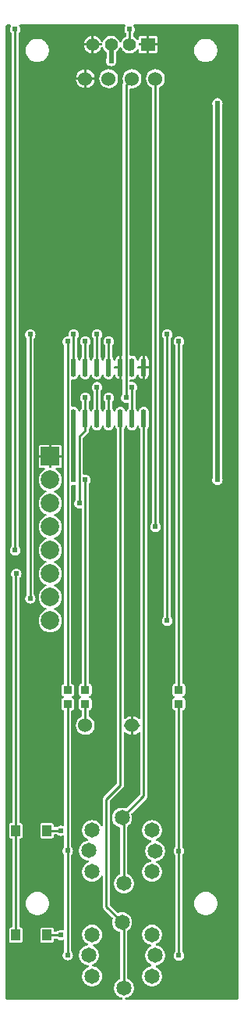
<source format=gbl>
G04 Layer: BottomLayer*
G04 EasyEDA v6.5.29, 2023-07-16 15:11:24*
G04 69541b314f914e7eb76376b61f0081d1,5a6b42c53f6a479593ecc07194224c93,10*
G04 Gerber Generator version 0.2*
G04 Scale: 100 percent, Rotated: No, Reflected: No *
G04 Dimensions in millimeters *
G04 leading zeros omitted , absolute positions ,4 integer and 5 decimal *
%FSLAX45Y45*%
%MOMM*%

%AMMACRO1*21,1,$1,$2,0,0,$3*%
%ADD10C,0.2540*%
%ADD11C,0.5000*%
%ADD12O,0.5739892X2.0379944*%
%ADD13MACRO1,0.95X1.15X0.0000*%
%ADD14R,0.8640X0.8065*%
%ADD15MACRO1,0.864X0.8065X0.0000*%
%ADD16C,1.4000*%
%ADD17R,1.5240X1.4000*%
%ADD18C,1.6500*%
%ADD19C,1.5240*%
%ADD20R,2.0000X2.0000*%
%ADD21C,2.0000*%
%ADD22C,0.6096*%
%ADD23C,0.0166*%

%LPD*%
G36*
X251967Y851408D02*
G01*
X248056Y852169D01*
X244805Y854405D01*
X242570Y857656D01*
X241808Y861568D01*
X241808Y11393932D01*
X242570Y11397843D01*
X244805Y11401094D01*
X248056Y11403330D01*
X251967Y11404092D01*
X290068Y11404092D01*
X294386Y11403126D01*
X297840Y11400485D01*
X299872Y11396573D01*
X300075Y11392154D01*
X298399Y11388090D01*
X294081Y11381994D01*
X289966Y11373053D01*
X287426Y11363604D01*
X286562Y11353800D01*
X287426Y11343995D01*
X289966Y11334546D01*
X294081Y11325606D01*
X299720Y11317579D01*
X301294Y11316004D01*
X303530Y11312702D01*
X304292Y11308791D01*
X304292Y5760008D01*
X303530Y5756097D01*
X301294Y5752795D01*
X299720Y5751220D01*
X294081Y5743194D01*
X289966Y5734253D01*
X287426Y5724804D01*
X286562Y5715000D01*
X287426Y5705195D01*
X289966Y5695746D01*
X294081Y5686806D01*
X299720Y5678779D01*
X306679Y5671820D01*
X314706Y5666181D01*
X323646Y5662066D01*
X333095Y5659526D01*
X342900Y5658662D01*
X352704Y5659526D01*
X362153Y5662066D01*
X371094Y5666181D01*
X379120Y5671820D01*
X386080Y5678779D01*
X391718Y5686806D01*
X395833Y5695746D01*
X398373Y5705195D01*
X399237Y5715000D01*
X398373Y5724804D01*
X395833Y5734253D01*
X391718Y5743194D01*
X386080Y5751220D01*
X384505Y5752795D01*
X382270Y5756097D01*
X381508Y5760008D01*
X381508Y11308791D01*
X382270Y11312702D01*
X384505Y11316004D01*
X386080Y11317579D01*
X391718Y11325606D01*
X395833Y11334546D01*
X398373Y11343995D01*
X399237Y11353800D01*
X398373Y11363604D01*
X395833Y11373053D01*
X391718Y11381994D01*
X387400Y11388090D01*
X385724Y11392154D01*
X385927Y11396573D01*
X387959Y11400485D01*
X391414Y11403126D01*
X395732Y11404092D01*
X1533093Y11404092D01*
X1537360Y11403126D01*
X1540865Y11400485D01*
X1542897Y11396573D01*
X1543050Y11392154D01*
X1541373Y11388090D01*
X1537106Y11381994D01*
X1532940Y11373053D01*
X1530400Y11363604D01*
X1529537Y11353800D01*
X1530400Y11343995D01*
X1532940Y11334546D01*
X1537106Y11325606D01*
X1542745Y11317579D01*
X1544370Y11315903D01*
X1546606Y11312601D01*
X1547368Y11308740D01*
X1547368Y11282883D01*
X1546758Y11279479D01*
X1545082Y11276482D01*
X1542491Y11274196D01*
X1530604Y11266982D01*
X1520444Y11258753D01*
X1511503Y11249202D01*
X1503984Y11238484D01*
X1497939Y11226901D01*
X1495450Y11219891D01*
X1493316Y11216386D01*
X1489964Y11213998D01*
X1485900Y11213134D01*
X1481836Y11213998D01*
X1478483Y11216386D01*
X1476298Y11219891D01*
X1473860Y11226901D01*
X1467815Y11238484D01*
X1460296Y11249202D01*
X1451356Y11258753D01*
X1441196Y11267033D01*
X1430020Y11273790D01*
X1418031Y11279022D01*
X1405382Y11282578D01*
X1392428Y11284356D01*
X1379372Y11284356D01*
X1366367Y11282578D01*
X1353769Y11279022D01*
X1341780Y11273790D01*
X1330604Y11267033D01*
X1320444Y11258753D01*
X1311503Y11249202D01*
X1303985Y11238484D01*
X1297940Y11226901D01*
X1295450Y11219891D01*
X1293317Y11216386D01*
X1289964Y11213998D01*
X1285900Y11213134D01*
X1281836Y11213998D01*
X1278483Y11216386D01*
X1276350Y11219891D01*
X1273860Y11226901D01*
X1267815Y11238484D01*
X1260297Y11249202D01*
X1251356Y11258753D01*
X1241196Y11267033D01*
X1230020Y11273790D01*
X1218031Y11279022D01*
X1205382Y11282578D01*
X1198575Y11283492D01*
X1198575Y11201400D01*
X1280007Y11201400D01*
X1283868Y11200587D01*
X1287170Y11198402D01*
X1289405Y11195100D01*
X1290167Y11191240D01*
X1290167Y11186160D01*
X1289405Y11182248D01*
X1287170Y11178946D01*
X1283868Y11176762D01*
X1280007Y11176000D01*
X1198575Y11176000D01*
X1198575Y11093856D01*
X1205382Y11094821D01*
X1218031Y11098326D01*
X1230020Y11103559D01*
X1241196Y11110366D01*
X1251356Y11118596D01*
X1260297Y11128146D01*
X1267815Y11138865D01*
X1273860Y11150498D01*
X1276350Y11157458D01*
X1278483Y11160963D01*
X1281836Y11163350D01*
X1285900Y11164214D01*
X1289964Y11163350D01*
X1293317Y11160963D01*
X1295450Y11157458D01*
X1297940Y11150498D01*
X1303985Y11138865D01*
X1311503Y11128146D01*
X1320444Y11118596D01*
X1331214Y11109858D01*
X1334008Y11106353D01*
X1334973Y11101984D01*
X1334973Y11036808D01*
X1334058Y11032490D01*
X1332941Y11030153D01*
X1330401Y11020704D01*
X1329537Y11010900D01*
X1330401Y11001095D01*
X1332941Y10991646D01*
X1337106Y10982706D01*
X1342745Y10974679D01*
X1349654Y10967720D01*
X1357731Y10962081D01*
X1366621Y10957966D01*
X1376121Y10955426D01*
X1385874Y10954562D01*
X1395679Y10955426D01*
X1405178Y10957966D01*
X1414068Y10962081D01*
X1422095Y10967720D01*
X1429054Y10974679D01*
X1434693Y10982706D01*
X1438859Y10991646D01*
X1441399Y11001095D01*
X1442262Y11010900D01*
X1441399Y11020704D01*
X1438859Y11030153D01*
X1437741Y11032490D01*
X1436827Y11036808D01*
X1436827Y11101984D01*
X1437792Y11106353D01*
X1440586Y11109858D01*
X1451356Y11118596D01*
X1460296Y11128146D01*
X1467815Y11138865D01*
X1473860Y11150498D01*
X1476298Y11157458D01*
X1478483Y11160963D01*
X1481836Y11163350D01*
X1485900Y11164214D01*
X1489964Y11163350D01*
X1493316Y11160963D01*
X1495450Y11157458D01*
X1497939Y11150498D01*
X1503984Y11138865D01*
X1511503Y11128146D01*
X1520444Y11118596D01*
X1530604Y11110366D01*
X1541780Y11103559D01*
X1553768Y11098326D01*
X1566367Y11094821D01*
X1579372Y11092992D01*
X1592427Y11092992D01*
X1605381Y11094821D01*
X1618030Y11098326D01*
X1630019Y11103559D01*
X1641195Y11110366D01*
X1651355Y11118596D01*
X1660296Y11128146D01*
X1665325Y11135309D01*
X1668424Y11138204D01*
X1672488Y11139576D01*
X1676704Y11139170D01*
X1680413Y11137036D01*
X1682902Y11133632D01*
X1683766Y11129467D01*
X1683766Y11119256D01*
X1684477Y11112906D01*
X1686407Y11107470D01*
X1689506Y11102543D01*
X1693570Y11098479D01*
X1698498Y11095380D01*
X1703933Y11093500D01*
X1710283Y11092789D01*
X1773174Y11092789D01*
X1773174Y11176000D01*
X1691792Y11176000D01*
X1687880Y11176762D01*
X1684629Y11178946D01*
X1682394Y11182248D01*
X1681632Y11186160D01*
X1681632Y11191240D01*
X1682394Y11195100D01*
X1684629Y11198402D01*
X1687880Y11200587D01*
X1691792Y11201400D01*
X1773174Y11201400D01*
X1773174Y11284559D01*
X1710283Y11284559D01*
X1703933Y11283848D01*
X1698498Y11281968D01*
X1693570Y11278870D01*
X1689506Y11274806D01*
X1686407Y11269878D01*
X1684477Y11264442D01*
X1683766Y11258092D01*
X1683766Y11247882D01*
X1682902Y11243716D01*
X1680413Y11240312D01*
X1676704Y11238230D01*
X1672488Y11237772D01*
X1668424Y11239144D01*
X1665325Y11242040D01*
X1660296Y11249202D01*
X1651355Y11258753D01*
X1641195Y11267033D01*
X1629460Y11274145D01*
X1626870Y11276431D01*
X1625193Y11279428D01*
X1624584Y11282832D01*
X1624584Y11308892D01*
X1625346Y11312753D01*
X1627581Y11316055D01*
X1629054Y11317579D01*
X1634693Y11325606D01*
X1638858Y11334546D01*
X1641398Y11343995D01*
X1642262Y11353800D01*
X1641398Y11363604D01*
X1638858Y11373053D01*
X1634693Y11381994D01*
X1630426Y11388090D01*
X1628749Y11392154D01*
X1628901Y11396573D01*
X1630933Y11400485D01*
X1634439Y11403126D01*
X1638706Y11404092D01*
X2757932Y11404092D01*
X2761843Y11403330D01*
X2765094Y11401094D01*
X2767330Y11397843D01*
X2768092Y11393932D01*
X2768092Y861568D01*
X2767330Y857656D01*
X2765094Y854405D01*
X2761843Y852169D01*
X2757932Y851408D01*
X1545640Y851408D01*
X1541475Y852271D01*
X1538071Y854811D01*
X1535938Y858469D01*
X1535531Y862685D01*
X1536852Y866749D01*
X1539748Y869848D01*
X1543659Y871524D01*
X1552041Y873201D01*
X1565452Y877773D01*
X1578203Y884021D01*
X1589989Y891895D01*
X1600657Y901242D01*
X1610004Y911910D01*
X1617878Y923696D01*
X1624126Y936396D01*
X1628698Y949858D01*
X1631442Y963726D01*
X1632407Y977900D01*
X1631442Y992022D01*
X1628698Y1005941D01*
X1624126Y1019352D01*
X1617878Y1032103D01*
X1610004Y1043889D01*
X1600657Y1054557D01*
X1589989Y1063904D01*
X1578203Y1071778D01*
X1568297Y1076655D01*
X1565300Y1078890D01*
X1563319Y1082090D01*
X1562608Y1085748D01*
X1562608Y1593646D01*
X1563166Y1596898D01*
X1564690Y1599844D01*
X1567129Y1602079D01*
X1569770Y1603857D01*
X1580438Y1613204D01*
X1589786Y1623872D01*
X1597660Y1635658D01*
X1603959Y1648358D01*
X1608480Y1661820D01*
X1611274Y1675688D01*
X1612188Y1689862D01*
X1611274Y1703984D01*
X1608480Y1717903D01*
X1603959Y1731314D01*
X1597660Y1744065D01*
X1589786Y1755851D01*
X1580438Y1766519D01*
X1569770Y1775866D01*
X1557985Y1783740D01*
X1545285Y1789988D01*
X1531874Y1794560D01*
X1517954Y1797304D01*
X1503781Y1798269D01*
X1489659Y1797304D01*
X1475740Y1794560D01*
X1465376Y1791055D01*
X1461668Y1790496D01*
X1458010Y1791360D01*
X1454912Y1793443D01*
X1375105Y1873300D01*
X1372870Y1876602D01*
X1372108Y1880514D01*
X1372108Y2998927D01*
X1372870Y3002838D01*
X1375105Y3006140D01*
X1512824Y3143859D01*
X1517954Y3150108D01*
X1521510Y3156762D01*
X1523695Y3164027D01*
X1524508Y3172053D01*
X1524508Y3739032D01*
X1525270Y3742893D01*
X1527454Y3746144D01*
X1530705Y3748379D01*
X1534566Y3749192D01*
X1538427Y3748481D01*
X1541729Y3746347D01*
X1547012Y3741216D01*
X1557985Y3733139D01*
X1569923Y3726586D01*
X1582674Y3721709D01*
X1595932Y3718509D01*
X1600200Y3718102D01*
X1600200Y3806494D01*
X1534668Y3806494D01*
X1530756Y3807256D01*
X1527505Y3809492D01*
X1525270Y3812743D01*
X1524508Y3816654D01*
X1524508Y3821734D01*
X1525270Y3825646D01*
X1527505Y3828897D01*
X1530756Y3831132D01*
X1534668Y3831894D01*
X1600200Y3831894D01*
X1600200Y3920286D01*
X1595932Y3919880D01*
X1582674Y3916679D01*
X1569923Y3911803D01*
X1557985Y3905250D01*
X1547012Y3897172D01*
X1541729Y3892042D01*
X1538427Y3889908D01*
X1534566Y3889197D01*
X1530705Y3890010D01*
X1527454Y3892245D01*
X1525270Y3895496D01*
X1524508Y3899357D01*
X1524508Y7024217D01*
X1525270Y7028129D01*
X1533144Y7039406D01*
X1537157Y7048042D01*
X1539595Y7057034D01*
X1541627Y7060946D01*
X1545082Y7063587D01*
X1549400Y7064552D01*
X1553718Y7063587D01*
X1557172Y7060946D01*
X1559204Y7057034D01*
X1561642Y7048042D01*
X1565656Y7039406D01*
X1571091Y7031634D01*
X1577848Y7024878D01*
X1585620Y7019442D01*
X1594256Y7015429D01*
X1603400Y7012940D01*
X1612900Y7012127D01*
X1622399Y7012940D01*
X1631543Y7015429D01*
X1640179Y7019442D01*
X1647952Y7024878D01*
X1654708Y7031634D01*
X1660143Y7039406D01*
X1664157Y7048042D01*
X1666595Y7057034D01*
X1668627Y7060946D01*
X1672082Y7063587D01*
X1676400Y7064552D01*
X1680718Y7063587D01*
X1684172Y7060946D01*
X1686204Y7057034D01*
X1688642Y7048042D01*
X1692656Y7039406D01*
X1700530Y7028129D01*
X1701292Y7024217D01*
X1701292Y3899712D01*
X1700580Y3895953D01*
X1698498Y3892702D01*
X1695399Y3890467D01*
X1691690Y3889552D01*
X1687880Y3890060D01*
X1684578Y3891940D01*
X1673453Y3901389D01*
X1661972Y3908704D01*
X1649577Y3914444D01*
X1636572Y3918508D01*
X1625600Y3920337D01*
X1625600Y3831894D01*
X1691132Y3831894D01*
X1695043Y3831132D01*
X1698294Y3828897D01*
X1700530Y3825646D01*
X1701292Y3821734D01*
X1701292Y3816654D01*
X1700530Y3812743D01*
X1698294Y3809492D01*
X1695043Y3807256D01*
X1691132Y3806494D01*
X1625600Y3806494D01*
X1625600Y3718051D01*
X1636572Y3719880D01*
X1649577Y3723944D01*
X1661972Y3729685D01*
X1673453Y3737000D01*
X1684578Y3746449D01*
X1687880Y3748328D01*
X1691690Y3748836D01*
X1695399Y3747922D01*
X1698498Y3745687D01*
X1700580Y3742436D01*
X1701292Y3738676D01*
X1701292Y3076498D01*
X1700530Y3072587D01*
X1698294Y3069285D01*
X1552752Y2923743D01*
X1549654Y2921609D01*
X1545996Y2920796D01*
X1542288Y2921304D01*
X1531874Y2924860D01*
X1517954Y2927604D01*
X1503781Y2928518D01*
X1489659Y2927604D01*
X1475740Y2924860D01*
X1462328Y2920288D01*
X1449628Y2914040D01*
X1437843Y2906166D01*
X1427175Y2896819D01*
X1417828Y2886151D01*
X1409954Y2874365D01*
X1403654Y2861614D01*
X1399133Y2848203D01*
X1396339Y2834284D01*
X1395425Y2820162D01*
X1396339Y2805988D01*
X1399133Y2792120D01*
X1403654Y2778658D01*
X1409954Y2765958D01*
X1417828Y2754172D01*
X1427175Y2743504D01*
X1437843Y2734157D01*
X1449628Y2726283D01*
X1462328Y2720035D01*
X1480464Y2713939D01*
X1483106Y2711653D01*
X1484782Y2708656D01*
X1485392Y2705201D01*
X1485392Y2216048D01*
X1484680Y2212390D01*
X1482699Y2209190D01*
X1479702Y2206955D01*
X1469796Y2202078D01*
X1458010Y2194204D01*
X1447342Y2184857D01*
X1437995Y2174189D01*
X1430121Y2162403D01*
X1423873Y2149652D01*
X1419301Y2136241D01*
X1416558Y2122322D01*
X1415592Y2108200D01*
X1416558Y2094026D01*
X1419301Y2080158D01*
X1423873Y2066696D01*
X1430121Y2053996D01*
X1437995Y2042210D01*
X1447342Y2031542D01*
X1458010Y2022195D01*
X1469796Y2014321D01*
X1482496Y2008073D01*
X1495958Y2003501D01*
X1509826Y2000757D01*
X1524000Y1999792D01*
X1538122Y2000757D01*
X1552041Y2003501D01*
X1565452Y2008073D01*
X1578203Y2014321D01*
X1589989Y2022195D01*
X1600657Y2031542D01*
X1610004Y2042210D01*
X1617878Y2053996D01*
X1624126Y2066696D01*
X1628698Y2080158D01*
X1631442Y2094026D01*
X1632407Y2108200D01*
X1631442Y2122322D01*
X1628698Y2136241D01*
X1624126Y2149652D01*
X1617878Y2162403D01*
X1610004Y2174189D01*
X1600657Y2184857D01*
X1589989Y2194204D01*
X1578203Y2202078D01*
X1568297Y2206955D01*
X1565300Y2209190D01*
X1563319Y2212390D01*
X1562608Y2216048D01*
X1562608Y2723946D01*
X1563166Y2727198D01*
X1564690Y2730144D01*
X1567129Y2732379D01*
X1569770Y2734157D01*
X1580438Y2743504D01*
X1589786Y2754172D01*
X1597660Y2765958D01*
X1603959Y2778658D01*
X1608480Y2792120D01*
X1611274Y2805988D01*
X1612188Y2820162D01*
X1611274Y2834284D01*
X1608480Y2848203D01*
X1604924Y2858719D01*
X1604416Y2862427D01*
X1605280Y2866034D01*
X1607362Y2869133D01*
X1766824Y3028645D01*
X1771954Y3034842D01*
X1775510Y3041548D01*
X1777695Y3048762D01*
X1778507Y3056788D01*
X1778507Y7024217D01*
X1779270Y7028129D01*
X1787143Y7039406D01*
X1791157Y7048042D01*
X1793646Y7057237D01*
X1794510Y7067143D01*
X1794510Y7212634D01*
X1793646Y7222591D01*
X1791157Y7231786D01*
X1787143Y7240371D01*
X1781708Y7248194D01*
X1774952Y7254900D01*
X1767179Y7260336D01*
X1758543Y7264400D01*
X1749399Y7266838D01*
X1739900Y7267651D01*
X1730400Y7266838D01*
X1721256Y7264400D01*
X1712620Y7260336D01*
X1704848Y7254900D01*
X1698091Y7248194D01*
X1692656Y7240371D01*
X1688642Y7231786D01*
X1686204Y7222794D01*
X1684172Y7218883D01*
X1680718Y7216190D01*
X1676400Y7215225D01*
X1672082Y7216190D01*
X1668627Y7218883D01*
X1666595Y7222794D01*
X1664157Y7231786D01*
X1660143Y7240371D01*
X1652270Y7251700D01*
X1651507Y7255560D01*
X1651507Y7435291D01*
X1652270Y7439202D01*
X1654505Y7442504D01*
X1656080Y7444079D01*
X1661718Y7452106D01*
X1665833Y7461046D01*
X1668373Y7470495D01*
X1669237Y7480300D01*
X1668373Y7490104D01*
X1665833Y7499553D01*
X1661718Y7508494D01*
X1656080Y7516520D01*
X1649120Y7523480D01*
X1641093Y7529118D01*
X1632153Y7533233D01*
X1622704Y7535773D01*
X1612900Y7536637D01*
X1603095Y7535773D01*
X1600809Y7535164D01*
X1597101Y7534859D01*
X1593545Y7535925D01*
X1590598Y7538212D01*
X1588668Y7541361D01*
X1588008Y7544968D01*
X1588008Y7557668D01*
X1588668Y7561275D01*
X1590598Y7564475D01*
X1593545Y7566710D01*
X1597101Y7567777D01*
X1600809Y7567472D01*
X1603400Y7566761D01*
X1612900Y7565948D01*
X1622399Y7566761D01*
X1631543Y7569200D01*
X1640179Y7573264D01*
X1647952Y7578699D01*
X1654708Y7585405D01*
X1660143Y7593228D01*
X1664157Y7601864D01*
X1666595Y7610805D01*
X1668627Y7614716D01*
X1672082Y7617409D01*
X1676400Y7618374D01*
X1680718Y7617409D01*
X1684172Y7614716D01*
X1686204Y7610805D01*
X1688642Y7601864D01*
X1692656Y7593228D01*
X1698091Y7585405D01*
X1704848Y7578699D01*
X1712620Y7573264D01*
X1721256Y7569200D01*
X1727200Y7567625D01*
X1727200Y7681010D01*
X1677670Y7681010D01*
X1673758Y7681772D01*
X1670507Y7683957D01*
X1668272Y7687259D01*
X1667510Y7691170D01*
X1667510Y7696250D01*
X1668272Y7700111D01*
X1670507Y7703413D01*
X1673758Y7705648D01*
X1677670Y7706410D01*
X1727200Y7706410D01*
X1727200Y7819796D01*
X1721256Y7818170D01*
X1712620Y7814157D01*
X1704848Y7808722D01*
X1698091Y7801965D01*
X1692656Y7794193D01*
X1688642Y7785557D01*
X1686204Y7776565D01*
X1684172Y7772653D01*
X1680718Y7770012D01*
X1676400Y7769047D01*
X1672082Y7770012D01*
X1668627Y7772653D01*
X1666595Y7776565D01*
X1664157Y7785557D01*
X1660143Y7794193D01*
X1654708Y7801965D01*
X1647952Y7808722D01*
X1640179Y7814157D01*
X1631543Y7818170D01*
X1622399Y7820659D01*
X1612900Y7821472D01*
X1603400Y7820659D01*
X1600809Y7819948D01*
X1597101Y7819644D01*
X1593545Y7820710D01*
X1590598Y7822946D01*
X1588668Y7826095D01*
X1588008Y7829753D01*
X1588008Y10708081D01*
X1588871Y10712196D01*
X1591360Y10715599D01*
X1595018Y10717733D01*
X1599184Y10718190D01*
X1609496Y10717174D01*
X1623110Y10717631D01*
X1636572Y10719866D01*
X1649577Y10723930D01*
X1661972Y10729671D01*
X1673453Y10736986D01*
X1683867Y10745774D01*
X1693011Y10755934D01*
X1700733Y10767161D01*
X1706880Y10779302D01*
X1711350Y10792206D01*
X1714093Y10805566D01*
X1715007Y10819180D01*
X1714093Y10832795D01*
X1711350Y10846155D01*
X1706880Y10859058D01*
X1700733Y10871200D01*
X1693011Y10882426D01*
X1683867Y10892586D01*
X1673453Y10901375D01*
X1661972Y10908690D01*
X1649577Y10914430D01*
X1636572Y10918494D01*
X1623110Y10920730D01*
X1609496Y10921187D01*
X1595932Y10919866D01*
X1582674Y10916666D01*
X1569923Y10911789D01*
X1557985Y10905236D01*
X1547012Y10897158D01*
X1537208Y10887659D01*
X1528724Y10876940D01*
X1521764Y10865205D01*
X1516481Y10852658D01*
X1512874Y10839500D01*
X1511046Y10825988D01*
X1511046Y10812373D01*
X1512874Y10798860D01*
X1516481Y10785703D01*
X1516989Y10784433D01*
X1517802Y10780014D01*
X1516583Y10775696D01*
X1513789Y10770362D01*
X1511604Y10763148D01*
X1510792Y10755122D01*
X1510792Y7829753D01*
X1510131Y7826095D01*
X1508201Y7822946D01*
X1505254Y7820710D01*
X1501698Y7819644D01*
X1498600Y7819898D01*
X1498600Y7706410D01*
X1500632Y7706410D01*
X1504543Y7705648D01*
X1507794Y7703413D01*
X1510030Y7700111D01*
X1510792Y7696250D01*
X1510792Y7691170D01*
X1510030Y7687259D01*
X1507794Y7683957D01*
X1504543Y7681772D01*
X1500632Y7681010D01*
X1498600Y7681010D01*
X1498600Y7567523D01*
X1501698Y7567777D01*
X1505254Y7566710D01*
X1508201Y7564475D01*
X1510131Y7561275D01*
X1510792Y7557668D01*
X1510792Y7411008D01*
X1510030Y7407097D01*
X1507794Y7403795D01*
X1506220Y7402220D01*
X1500581Y7394194D01*
X1496466Y7385253D01*
X1493926Y7375804D01*
X1493062Y7366000D01*
X1493926Y7356195D01*
X1496466Y7346746D01*
X1500581Y7337806D01*
X1506220Y7329779D01*
X1513179Y7322820D01*
X1521206Y7317181D01*
X1530146Y7313066D01*
X1539595Y7310526D01*
X1549400Y7309662D01*
X1559204Y7310526D01*
X1561490Y7311136D01*
X1565198Y7311440D01*
X1568754Y7310374D01*
X1571701Y7308088D01*
X1573631Y7304938D01*
X1574292Y7301331D01*
X1574292Y7255560D01*
X1573530Y7251700D01*
X1565656Y7240371D01*
X1561642Y7231786D01*
X1559204Y7222794D01*
X1557172Y7218883D01*
X1553718Y7216190D01*
X1549400Y7215225D01*
X1545082Y7216190D01*
X1541627Y7218883D01*
X1539595Y7222794D01*
X1537157Y7231786D01*
X1533144Y7240371D01*
X1527708Y7248194D01*
X1520952Y7254900D01*
X1513179Y7260336D01*
X1504543Y7264400D01*
X1495399Y7266838D01*
X1485900Y7267651D01*
X1476400Y7266838D01*
X1467256Y7264400D01*
X1458620Y7260336D01*
X1450848Y7254900D01*
X1444091Y7248194D01*
X1438656Y7240371D01*
X1434642Y7231786D01*
X1432204Y7222794D01*
X1430172Y7218883D01*
X1426718Y7216190D01*
X1422400Y7215225D01*
X1418082Y7216190D01*
X1414627Y7218883D01*
X1412595Y7222794D01*
X1410157Y7231786D01*
X1406144Y7240371D01*
X1398270Y7251700D01*
X1397508Y7255560D01*
X1397508Y7320991D01*
X1398270Y7324902D01*
X1400505Y7328204D01*
X1402080Y7329779D01*
X1407718Y7337806D01*
X1411833Y7346746D01*
X1414373Y7356195D01*
X1415237Y7366000D01*
X1414373Y7375804D01*
X1411833Y7385253D01*
X1407718Y7394194D01*
X1402080Y7402220D01*
X1395120Y7409180D01*
X1387094Y7414818D01*
X1378153Y7418933D01*
X1368704Y7421473D01*
X1358900Y7422337D01*
X1349095Y7421473D01*
X1339646Y7418933D01*
X1330706Y7414818D01*
X1322679Y7409180D01*
X1315720Y7402220D01*
X1310081Y7394194D01*
X1305966Y7385253D01*
X1303426Y7375804D01*
X1302562Y7366000D01*
X1303426Y7356195D01*
X1305966Y7346746D01*
X1310081Y7337806D01*
X1315720Y7329779D01*
X1317294Y7328204D01*
X1319530Y7324902D01*
X1320292Y7320991D01*
X1320292Y7255560D01*
X1319530Y7251700D01*
X1311656Y7240371D01*
X1307642Y7231786D01*
X1305204Y7222794D01*
X1303172Y7218883D01*
X1299718Y7216190D01*
X1295400Y7215225D01*
X1291082Y7216190D01*
X1287627Y7218883D01*
X1285595Y7222794D01*
X1283157Y7231786D01*
X1279144Y7240371D01*
X1271270Y7251700D01*
X1270508Y7255560D01*
X1270508Y7435291D01*
X1271270Y7439202D01*
X1273505Y7442504D01*
X1275080Y7444079D01*
X1280718Y7452106D01*
X1284833Y7461046D01*
X1287373Y7470495D01*
X1288237Y7480300D01*
X1287373Y7490104D01*
X1284833Y7499553D01*
X1280718Y7508494D01*
X1275080Y7516520D01*
X1268120Y7523480D01*
X1260094Y7529118D01*
X1251153Y7533233D01*
X1241704Y7535773D01*
X1231900Y7536637D01*
X1222095Y7535773D01*
X1212646Y7533233D01*
X1203706Y7529118D01*
X1195679Y7523480D01*
X1188720Y7516520D01*
X1183081Y7508494D01*
X1178966Y7499553D01*
X1176426Y7490104D01*
X1175562Y7480300D01*
X1176426Y7470495D01*
X1178966Y7461046D01*
X1183081Y7452106D01*
X1188720Y7444079D01*
X1190294Y7442504D01*
X1192530Y7439202D01*
X1193292Y7435291D01*
X1193292Y7255560D01*
X1192530Y7251700D01*
X1184656Y7240371D01*
X1180642Y7231786D01*
X1178204Y7222794D01*
X1176172Y7218883D01*
X1172718Y7216190D01*
X1168400Y7215225D01*
X1164082Y7216190D01*
X1160627Y7218883D01*
X1158595Y7222794D01*
X1156157Y7231786D01*
X1152144Y7240371D01*
X1144270Y7251700D01*
X1143508Y7255560D01*
X1143508Y7320991D01*
X1144270Y7324902D01*
X1146505Y7328204D01*
X1148080Y7329779D01*
X1153718Y7337806D01*
X1157833Y7346746D01*
X1160373Y7356195D01*
X1161237Y7366000D01*
X1160373Y7375804D01*
X1157833Y7385253D01*
X1153718Y7394194D01*
X1148080Y7402220D01*
X1141120Y7409180D01*
X1133094Y7414818D01*
X1124153Y7418933D01*
X1114704Y7421473D01*
X1104900Y7422337D01*
X1095095Y7421473D01*
X1085646Y7418933D01*
X1076706Y7414818D01*
X1068679Y7409180D01*
X1061720Y7402220D01*
X1056081Y7394194D01*
X1051966Y7385253D01*
X1049426Y7375804D01*
X1048562Y7366000D01*
X1049426Y7356195D01*
X1051966Y7346746D01*
X1056081Y7337806D01*
X1061720Y7329779D01*
X1063294Y7328204D01*
X1065530Y7324902D01*
X1066292Y7320991D01*
X1066292Y7255560D01*
X1065530Y7251700D01*
X1057656Y7240371D01*
X1053642Y7231786D01*
X1051204Y7222794D01*
X1049172Y7218883D01*
X1045718Y7216190D01*
X1041400Y7215225D01*
X1037082Y7216190D01*
X1033627Y7218883D01*
X1031595Y7222794D01*
X1029157Y7231786D01*
X1025144Y7240371D01*
X1019708Y7248194D01*
X1012952Y7254900D01*
X1005179Y7260336D01*
X996543Y7264400D01*
X987399Y7266838D01*
X977900Y7267651D01*
X968400Y7266838D01*
X965809Y7266127D01*
X962101Y7265822D01*
X958545Y7266889D01*
X955598Y7269175D01*
X953668Y7272324D01*
X953008Y7275931D01*
X953008Y7557668D01*
X953668Y7561275D01*
X955598Y7564475D01*
X958545Y7566710D01*
X962101Y7567777D01*
X965809Y7567472D01*
X968400Y7566761D01*
X977900Y7565948D01*
X987399Y7566761D01*
X996543Y7569200D01*
X1005179Y7573264D01*
X1012952Y7578699D01*
X1019708Y7585405D01*
X1025144Y7593228D01*
X1029157Y7601864D01*
X1031595Y7610805D01*
X1033627Y7614716D01*
X1037082Y7617409D01*
X1041400Y7618374D01*
X1045718Y7617409D01*
X1049172Y7614716D01*
X1051204Y7610805D01*
X1053642Y7601864D01*
X1057656Y7593228D01*
X1063091Y7585405D01*
X1069848Y7578699D01*
X1077620Y7573264D01*
X1086256Y7569200D01*
X1095400Y7566761D01*
X1104900Y7565948D01*
X1114399Y7566761D01*
X1123543Y7569200D01*
X1132179Y7573264D01*
X1139952Y7578699D01*
X1146708Y7585405D01*
X1152144Y7593228D01*
X1156157Y7601864D01*
X1158595Y7610805D01*
X1160627Y7614716D01*
X1164082Y7617409D01*
X1168400Y7618374D01*
X1172718Y7617409D01*
X1176172Y7614716D01*
X1178204Y7610805D01*
X1180642Y7601864D01*
X1184656Y7593228D01*
X1190091Y7585405D01*
X1196848Y7578699D01*
X1204620Y7573264D01*
X1213256Y7569200D01*
X1222400Y7566761D01*
X1231900Y7565948D01*
X1241399Y7566761D01*
X1250543Y7569200D01*
X1259179Y7573264D01*
X1266952Y7578699D01*
X1273708Y7585405D01*
X1279144Y7593228D01*
X1283157Y7601864D01*
X1285595Y7610805D01*
X1287627Y7614716D01*
X1291082Y7617409D01*
X1295400Y7618374D01*
X1299718Y7617409D01*
X1303172Y7614716D01*
X1305204Y7610805D01*
X1307642Y7601864D01*
X1311656Y7593228D01*
X1317091Y7585405D01*
X1323848Y7578699D01*
X1331620Y7573264D01*
X1340256Y7569200D01*
X1349400Y7566761D01*
X1358900Y7565948D01*
X1368399Y7566761D01*
X1377543Y7569200D01*
X1386179Y7573264D01*
X1393952Y7578699D01*
X1400708Y7585405D01*
X1406144Y7593228D01*
X1410157Y7601864D01*
X1412595Y7610805D01*
X1414627Y7614716D01*
X1418082Y7617409D01*
X1422400Y7618374D01*
X1426718Y7617409D01*
X1430172Y7614716D01*
X1432204Y7610805D01*
X1434642Y7601864D01*
X1438656Y7593228D01*
X1444091Y7585405D01*
X1450848Y7578699D01*
X1458620Y7573264D01*
X1467256Y7569200D01*
X1473200Y7567625D01*
X1473200Y7681010D01*
X1423670Y7681010D01*
X1419758Y7681772D01*
X1416507Y7683957D01*
X1414272Y7687259D01*
X1413510Y7691170D01*
X1413510Y7696250D01*
X1414272Y7700111D01*
X1416507Y7703413D01*
X1419758Y7705648D01*
X1423670Y7706410D01*
X1473200Y7706410D01*
X1473200Y7819796D01*
X1467256Y7818170D01*
X1458620Y7814157D01*
X1450848Y7808722D01*
X1444091Y7801965D01*
X1438656Y7794193D01*
X1434642Y7785557D01*
X1432204Y7776565D01*
X1430172Y7772653D01*
X1426718Y7770012D01*
X1422400Y7769047D01*
X1418082Y7770012D01*
X1414627Y7772653D01*
X1412595Y7776565D01*
X1410157Y7785557D01*
X1406144Y7794193D01*
X1398270Y7805470D01*
X1397508Y7809382D01*
X1397508Y7930591D01*
X1398270Y7934502D01*
X1400505Y7937804D01*
X1402080Y7939379D01*
X1407718Y7947406D01*
X1411833Y7956346D01*
X1414373Y7965795D01*
X1415237Y7975600D01*
X1414373Y7985404D01*
X1411833Y7994853D01*
X1407718Y8003794D01*
X1402080Y8011820D01*
X1395120Y8018780D01*
X1387094Y8024418D01*
X1378153Y8028533D01*
X1368704Y8031073D01*
X1358900Y8031937D01*
X1349095Y8031073D01*
X1339646Y8028533D01*
X1330706Y8024418D01*
X1322679Y8018780D01*
X1315720Y8011820D01*
X1310081Y8003794D01*
X1305966Y7994853D01*
X1303426Y7985404D01*
X1302562Y7975600D01*
X1303426Y7965795D01*
X1305966Y7956346D01*
X1310081Y7947406D01*
X1315720Y7939379D01*
X1317294Y7937804D01*
X1319530Y7934502D01*
X1320292Y7930591D01*
X1320292Y7809382D01*
X1319530Y7805470D01*
X1311656Y7794193D01*
X1307642Y7785557D01*
X1305204Y7776565D01*
X1303172Y7772653D01*
X1299718Y7770012D01*
X1295400Y7769047D01*
X1291082Y7770012D01*
X1287627Y7772653D01*
X1285595Y7776565D01*
X1283157Y7785557D01*
X1279144Y7794193D01*
X1271270Y7805470D01*
X1270508Y7809382D01*
X1270508Y8006791D01*
X1271270Y8010702D01*
X1273505Y8014004D01*
X1275080Y8015579D01*
X1280718Y8023606D01*
X1284833Y8032546D01*
X1287373Y8041995D01*
X1288237Y8051800D01*
X1287373Y8061604D01*
X1284833Y8071053D01*
X1280718Y8079994D01*
X1275080Y8088020D01*
X1268120Y8094980D01*
X1260094Y8100618D01*
X1251153Y8104733D01*
X1241704Y8107273D01*
X1231900Y8108137D01*
X1222095Y8107273D01*
X1212646Y8104733D01*
X1203706Y8100618D01*
X1195679Y8094980D01*
X1188720Y8088020D01*
X1183081Y8079994D01*
X1178966Y8071053D01*
X1176426Y8061604D01*
X1175562Y8051800D01*
X1176426Y8041995D01*
X1178966Y8032546D01*
X1183081Y8023606D01*
X1188720Y8015579D01*
X1190294Y8014004D01*
X1192530Y8010702D01*
X1193292Y8006791D01*
X1193292Y7809382D01*
X1192530Y7805470D01*
X1184656Y7794193D01*
X1180642Y7785557D01*
X1178204Y7776565D01*
X1176172Y7772653D01*
X1172718Y7770012D01*
X1168400Y7769047D01*
X1164082Y7770012D01*
X1160627Y7772653D01*
X1158595Y7776565D01*
X1156157Y7785557D01*
X1152144Y7794193D01*
X1144270Y7805470D01*
X1143508Y7809382D01*
X1143508Y7930591D01*
X1144270Y7934502D01*
X1146505Y7937804D01*
X1148080Y7939379D01*
X1153718Y7947406D01*
X1157833Y7956346D01*
X1160373Y7965795D01*
X1161237Y7975600D01*
X1160373Y7985404D01*
X1157833Y7994853D01*
X1153718Y8003794D01*
X1148080Y8011820D01*
X1141120Y8018780D01*
X1133094Y8024418D01*
X1124153Y8028533D01*
X1114704Y8031073D01*
X1104900Y8031937D01*
X1095095Y8031073D01*
X1085646Y8028533D01*
X1076706Y8024418D01*
X1068679Y8018780D01*
X1061720Y8011820D01*
X1056081Y8003794D01*
X1051966Y7994853D01*
X1049426Y7985404D01*
X1048562Y7975600D01*
X1049426Y7965795D01*
X1051966Y7956346D01*
X1056081Y7947406D01*
X1061720Y7939379D01*
X1063294Y7937804D01*
X1065530Y7934502D01*
X1066292Y7930591D01*
X1066292Y7809382D01*
X1065530Y7805470D01*
X1057656Y7794193D01*
X1053642Y7785557D01*
X1051204Y7776565D01*
X1049172Y7772653D01*
X1045718Y7770012D01*
X1041400Y7769047D01*
X1037082Y7770012D01*
X1033627Y7772653D01*
X1031595Y7776565D01*
X1029157Y7785557D01*
X1025144Y7794193D01*
X1017269Y7805470D01*
X1016508Y7809382D01*
X1016508Y8006791D01*
X1017269Y8010702D01*
X1019505Y8014004D01*
X1021080Y8015579D01*
X1026718Y8023606D01*
X1030833Y8032546D01*
X1033373Y8041995D01*
X1034237Y8051800D01*
X1033373Y8061604D01*
X1030833Y8071053D01*
X1026718Y8079994D01*
X1021080Y8088020D01*
X1014120Y8094980D01*
X1006094Y8100618D01*
X997153Y8104733D01*
X987704Y8107273D01*
X977900Y8108137D01*
X968095Y8107273D01*
X958646Y8104733D01*
X949706Y8100618D01*
X941679Y8094980D01*
X934719Y8088020D01*
X929081Y8079994D01*
X924966Y8071053D01*
X922426Y8061604D01*
X921562Y8051800D01*
X922324Y8042859D01*
X921918Y8038896D01*
X919987Y8035442D01*
X916889Y8032953D01*
X913079Y8031835D01*
X904595Y8031073D01*
X895146Y8028533D01*
X886206Y8024418D01*
X878179Y8018780D01*
X871219Y8011820D01*
X865581Y8003794D01*
X861466Y7994853D01*
X858926Y7985404D01*
X858062Y7975600D01*
X858926Y7965795D01*
X861466Y7956346D01*
X865581Y7947406D01*
X871219Y7939379D01*
X872794Y7937804D01*
X875030Y7934502D01*
X875792Y7930591D01*
X875792Y4275886D01*
X875131Y4272280D01*
X873201Y4269130D01*
X870305Y4266844D01*
X865428Y4265625D01*
X859993Y4263745D01*
X855065Y4260646D01*
X851001Y4256582D01*
X847902Y4251655D01*
X846023Y4246219D01*
X845312Y4239869D01*
X845312Y4160367D01*
X846023Y4154068D01*
X847902Y4148582D01*
X851001Y4143705D01*
X855065Y4139590D01*
X859993Y4136491D01*
X866038Y4134408D01*
X869594Y4132224D01*
X872032Y4128871D01*
X872845Y4124807D01*
X872032Y4120743D01*
X869594Y4117340D01*
X866038Y4115206D01*
X859993Y4113072D01*
X855065Y4110024D01*
X851001Y4105910D01*
X847902Y4101033D01*
X846023Y4095546D01*
X845312Y4089247D01*
X845312Y4009745D01*
X846023Y4003395D01*
X847902Y3997960D01*
X851001Y3993032D01*
X855065Y3988968D01*
X859993Y3985869D01*
X865428Y3983939D01*
X870305Y3982720D01*
X873201Y3980484D01*
X875131Y3977335D01*
X875792Y3973728D01*
X875792Y2740050D01*
X874979Y2736088D01*
X872693Y2732735D01*
X869289Y2730550D01*
X865276Y2729890D01*
X861314Y2730855D01*
X857453Y2732633D01*
X848004Y2735173D01*
X838200Y2736037D01*
X828395Y2735173D01*
X818946Y2732633D01*
X810006Y2728518D01*
X801979Y2722880D01*
X800404Y2721305D01*
X797102Y2719070D01*
X793191Y2718308D01*
X773531Y2718308D01*
X769620Y2719070D01*
X766318Y2721305D01*
X764133Y2724556D01*
X763371Y2728468D01*
X763371Y2736646D01*
X762660Y2742946D01*
X760730Y2748432D01*
X757631Y2753309D01*
X753567Y2757424D01*
X748639Y2760472D01*
X743204Y2762402D01*
X736904Y2763113D01*
X643026Y2763113D01*
X636676Y2762402D01*
X631240Y2760472D01*
X626313Y2757424D01*
X622249Y2753309D01*
X619150Y2748432D01*
X617270Y2742946D01*
X616559Y2736646D01*
X616559Y2622753D01*
X617270Y2616454D01*
X619150Y2610967D01*
X622249Y2606090D01*
X626313Y2601976D01*
X631240Y2598928D01*
X636676Y2596997D01*
X643026Y2596286D01*
X736904Y2596286D01*
X743204Y2596997D01*
X748639Y2598928D01*
X753567Y2601976D01*
X757631Y2606090D01*
X760730Y2610967D01*
X762660Y2616454D01*
X763371Y2622753D01*
X763371Y2630932D01*
X764133Y2634843D01*
X766318Y2638094D01*
X769620Y2640330D01*
X773531Y2641092D01*
X793191Y2641092D01*
X797102Y2640330D01*
X800404Y2638094D01*
X801979Y2636520D01*
X810006Y2630881D01*
X818946Y2626766D01*
X828395Y2624226D01*
X838200Y2623362D01*
X848004Y2624226D01*
X857453Y2626766D01*
X861314Y2628544D01*
X865276Y2629509D01*
X869289Y2628849D01*
X872693Y2626664D01*
X874979Y2623312D01*
X875792Y2619349D01*
X875792Y2508808D01*
X875030Y2504897D01*
X872794Y2501595D01*
X871219Y2500020D01*
X865581Y2491994D01*
X861466Y2483053D01*
X858926Y2473604D01*
X858062Y2463800D01*
X858926Y2453995D01*
X861466Y2444546D01*
X865581Y2435606D01*
X871219Y2427579D01*
X872794Y2426004D01*
X875030Y2422702D01*
X875792Y2418791D01*
X875792Y1609750D01*
X874979Y1605788D01*
X872693Y1602435D01*
X869289Y1600250D01*
X865276Y1599590D01*
X861314Y1600555D01*
X857453Y1602333D01*
X848004Y1604873D01*
X838200Y1605737D01*
X828395Y1604873D01*
X818946Y1602333D01*
X810006Y1598218D01*
X801979Y1592580D01*
X800404Y1591005D01*
X797102Y1588770D01*
X793191Y1588008D01*
X773531Y1588008D01*
X769620Y1588770D01*
X766318Y1591005D01*
X764133Y1594256D01*
X763371Y1598168D01*
X763371Y1606346D01*
X762660Y1612646D01*
X760730Y1618132D01*
X757631Y1623009D01*
X753567Y1627124D01*
X748639Y1630172D01*
X743204Y1632102D01*
X736904Y1632813D01*
X643026Y1632813D01*
X636676Y1632102D01*
X631240Y1630172D01*
X626313Y1627124D01*
X622249Y1623009D01*
X619150Y1618132D01*
X617270Y1612646D01*
X616559Y1606346D01*
X616559Y1492453D01*
X617270Y1486154D01*
X619150Y1480667D01*
X622249Y1475790D01*
X626313Y1471676D01*
X631240Y1468628D01*
X636676Y1466697D01*
X643026Y1465986D01*
X736904Y1465986D01*
X743204Y1466697D01*
X748639Y1468628D01*
X753567Y1471676D01*
X757631Y1475790D01*
X760730Y1480667D01*
X762660Y1486154D01*
X763371Y1492453D01*
X763371Y1500632D01*
X764133Y1504543D01*
X766318Y1507794D01*
X769620Y1510030D01*
X773531Y1510792D01*
X793191Y1510792D01*
X797102Y1510030D01*
X800404Y1507794D01*
X801979Y1506220D01*
X810006Y1500581D01*
X818946Y1496466D01*
X828395Y1493926D01*
X838200Y1493062D01*
X848004Y1493926D01*
X857453Y1496466D01*
X861314Y1498244D01*
X865276Y1499209D01*
X869289Y1498549D01*
X872693Y1496364D01*
X874979Y1493012D01*
X875792Y1489049D01*
X875792Y1378508D01*
X875030Y1374597D01*
X872794Y1371295D01*
X871219Y1369720D01*
X865581Y1361694D01*
X861466Y1352753D01*
X858926Y1343304D01*
X858062Y1333500D01*
X858926Y1323695D01*
X861466Y1314246D01*
X865581Y1305306D01*
X871219Y1297279D01*
X878179Y1290320D01*
X886206Y1284681D01*
X895146Y1280566D01*
X904595Y1278026D01*
X914400Y1277162D01*
X924204Y1278026D01*
X933653Y1280566D01*
X942594Y1284681D01*
X950620Y1290320D01*
X957580Y1297279D01*
X963218Y1305306D01*
X967333Y1314246D01*
X969873Y1323695D01*
X970737Y1333500D01*
X969873Y1343304D01*
X967333Y1352753D01*
X963218Y1361694D01*
X957580Y1369720D01*
X956005Y1371295D01*
X953769Y1374597D01*
X953008Y1378508D01*
X953008Y2418791D01*
X953769Y2422702D01*
X956005Y2426004D01*
X957580Y2427579D01*
X963218Y2435606D01*
X967333Y2444546D01*
X969873Y2453995D01*
X970737Y2463800D01*
X969873Y2473604D01*
X967333Y2483053D01*
X963218Y2491994D01*
X957580Y2500020D01*
X956005Y2501595D01*
X953769Y2504897D01*
X953008Y2508808D01*
X953008Y3973728D01*
X953668Y3977335D01*
X955598Y3980484D01*
X958494Y3982720D01*
X963371Y3983939D01*
X968806Y3985869D01*
X973734Y3988968D01*
X977798Y3993032D01*
X980897Y3997960D01*
X982776Y4003395D01*
X983487Y4009745D01*
X983487Y4089247D01*
X982776Y4095546D01*
X980897Y4101033D01*
X977798Y4105910D01*
X973734Y4110024D01*
X968806Y4113072D01*
X962761Y4115206D01*
X959205Y4117340D01*
X956767Y4120743D01*
X955954Y4124807D01*
X956767Y4128871D01*
X959205Y4132224D01*
X962761Y4134408D01*
X968806Y4136491D01*
X973734Y4139590D01*
X977798Y4143705D01*
X980897Y4148582D01*
X982776Y4154068D01*
X983487Y4160367D01*
X983487Y4239869D01*
X982776Y4246219D01*
X980897Y4251655D01*
X977798Y4256582D01*
X973734Y4260646D01*
X968806Y4263745D01*
X963371Y4265625D01*
X958494Y4266844D01*
X955598Y4269130D01*
X953668Y4272280D01*
X953008Y4275886D01*
X953008Y6412331D01*
X953668Y6415938D01*
X955598Y6419088D01*
X958545Y6421374D01*
X962101Y6422440D01*
X965809Y6422136D01*
X968095Y6421526D01*
X977900Y6420662D01*
X987704Y6421526D01*
X989990Y6422136D01*
X993698Y6422440D01*
X997254Y6421374D01*
X1000201Y6419088D01*
X1002131Y6415938D01*
X1002792Y6412331D01*
X1002792Y6268008D01*
X1002030Y6264097D01*
X999794Y6260795D01*
X998219Y6259220D01*
X992581Y6251194D01*
X988466Y6242253D01*
X985926Y6232804D01*
X985062Y6223000D01*
X985926Y6213195D01*
X988466Y6203746D01*
X992581Y6194806D01*
X998219Y6186779D01*
X1005179Y6179820D01*
X1013206Y6174181D01*
X1022146Y6170066D01*
X1031595Y6167526D01*
X1041400Y6166662D01*
X1051204Y6167526D01*
X1053490Y6168136D01*
X1057198Y6168440D01*
X1060754Y6167374D01*
X1063701Y6165088D01*
X1065631Y6161938D01*
X1066292Y6158331D01*
X1066292Y4278579D01*
X1065631Y4274972D01*
X1063701Y4271822D01*
X1060805Y4269536D01*
X1055928Y4268368D01*
X1050493Y4266438D01*
X1045565Y4263339D01*
X1041501Y4259275D01*
X1038402Y4254347D01*
X1036523Y4248912D01*
X1035812Y4242562D01*
X1035812Y4163060D01*
X1036523Y4156760D01*
X1038402Y4151274D01*
X1041501Y4146397D01*
X1045565Y4142282D01*
X1050493Y4139234D01*
X1056538Y4137101D01*
X1060094Y4134967D01*
X1062532Y4131564D01*
X1063345Y4127500D01*
X1062532Y4123436D01*
X1060094Y4120032D01*
X1056538Y4117898D01*
X1050493Y4115765D01*
X1045565Y4112717D01*
X1041501Y4108602D01*
X1038402Y4103725D01*
X1036523Y4098239D01*
X1035812Y4091940D01*
X1035812Y4012437D01*
X1036523Y4006087D01*
X1038402Y4000652D01*
X1041501Y3995724D01*
X1045565Y3991660D01*
X1050493Y3988562D01*
X1055928Y3986631D01*
X1060805Y3985463D01*
X1063701Y3983177D01*
X1065631Y3980027D01*
X1066292Y3976420D01*
X1066292Y3920185D01*
X1065631Y3916679D01*
X1063802Y3913581D01*
X1061008Y3911295D01*
X1049985Y3905250D01*
X1039012Y3897172D01*
X1029208Y3887673D01*
X1020724Y3876954D01*
X1013764Y3865219D01*
X1008481Y3852672D01*
X1004874Y3839514D01*
X1003046Y3826001D01*
X1003046Y3812387D01*
X1004874Y3798874D01*
X1008481Y3785717D01*
X1013764Y3773170D01*
X1020724Y3761435D01*
X1029208Y3750716D01*
X1039012Y3741216D01*
X1049985Y3733139D01*
X1061923Y3726586D01*
X1074674Y3721709D01*
X1087932Y3718509D01*
X1101496Y3717188D01*
X1115110Y3717645D01*
X1128572Y3719880D01*
X1141577Y3723944D01*
X1153972Y3729685D01*
X1165453Y3737000D01*
X1175867Y3745788D01*
X1185011Y3755948D01*
X1192733Y3767175D01*
X1198880Y3779316D01*
X1203350Y3792220D01*
X1206093Y3805580D01*
X1207008Y3819194D01*
X1206093Y3832809D01*
X1203350Y3846169D01*
X1198880Y3859072D01*
X1192733Y3871214D01*
X1185011Y3882440D01*
X1175867Y3892600D01*
X1165453Y3901389D01*
X1153972Y3908704D01*
X1149400Y3910837D01*
X1146302Y3913073D01*
X1144219Y3916273D01*
X1143508Y3920032D01*
X1143508Y3976420D01*
X1144168Y3980027D01*
X1146098Y3983177D01*
X1148994Y3985463D01*
X1153871Y3986631D01*
X1159306Y3988562D01*
X1164234Y3991660D01*
X1168298Y3995724D01*
X1171397Y4000652D01*
X1173276Y4006087D01*
X1173988Y4012437D01*
X1173988Y4091940D01*
X1173276Y4098239D01*
X1171397Y4103725D01*
X1168298Y4108602D01*
X1164234Y4112717D01*
X1159306Y4115765D01*
X1153261Y4117898D01*
X1149705Y4120032D01*
X1147267Y4123436D01*
X1146454Y4127500D01*
X1147267Y4131564D01*
X1149705Y4134967D01*
X1153261Y4137101D01*
X1159306Y4139234D01*
X1164234Y4142282D01*
X1168298Y4146397D01*
X1171397Y4151274D01*
X1173276Y4156760D01*
X1173988Y4163060D01*
X1173988Y4242562D01*
X1173276Y4248912D01*
X1171397Y4254347D01*
X1168298Y4259275D01*
X1164234Y4263339D01*
X1159306Y4266438D01*
X1153871Y4268368D01*
X1148994Y4269536D01*
X1146098Y4271822D01*
X1144168Y4274972D01*
X1143508Y4278579D01*
X1143508Y6431991D01*
X1144270Y6435902D01*
X1146505Y6439204D01*
X1148080Y6440779D01*
X1153718Y6448806D01*
X1157833Y6457746D01*
X1160373Y6467195D01*
X1161237Y6477000D01*
X1160373Y6486804D01*
X1157833Y6496253D01*
X1153718Y6505194D01*
X1148080Y6513220D01*
X1141120Y6520180D01*
X1133094Y6525818D01*
X1124153Y6529933D01*
X1114704Y6532473D01*
X1104900Y6533337D01*
X1095095Y6532473D01*
X1092809Y6531864D01*
X1089101Y6531559D01*
X1085545Y6532626D01*
X1082598Y6534912D01*
X1080668Y6538061D01*
X1080008Y6541668D01*
X1080008Y6926681D01*
X1080770Y6930593D01*
X1083005Y6933895D01*
X1131824Y6982764D01*
X1136954Y6988962D01*
X1140510Y6995668D01*
X1142695Y7002881D01*
X1143508Y7010908D01*
X1143508Y7024217D01*
X1144270Y7028129D01*
X1152144Y7039406D01*
X1156157Y7048042D01*
X1158595Y7057034D01*
X1160627Y7060946D01*
X1164082Y7063587D01*
X1168400Y7064552D01*
X1172718Y7063587D01*
X1176172Y7060946D01*
X1178204Y7057034D01*
X1180642Y7048042D01*
X1184656Y7039406D01*
X1190091Y7031634D01*
X1196848Y7024878D01*
X1204620Y7019442D01*
X1213256Y7015429D01*
X1222400Y7012940D01*
X1231900Y7012127D01*
X1241399Y7012940D01*
X1250543Y7015429D01*
X1259179Y7019442D01*
X1266952Y7024878D01*
X1273708Y7031634D01*
X1279144Y7039406D01*
X1283157Y7048042D01*
X1285595Y7057034D01*
X1287627Y7060946D01*
X1291082Y7063587D01*
X1295400Y7064552D01*
X1299718Y7063587D01*
X1303172Y7060946D01*
X1305204Y7057034D01*
X1307642Y7048042D01*
X1311656Y7039406D01*
X1317091Y7031634D01*
X1323848Y7024878D01*
X1331620Y7019442D01*
X1340256Y7015429D01*
X1349400Y7012940D01*
X1358900Y7012127D01*
X1368399Y7012940D01*
X1377543Y7015429D01*
X1386179Y7019442D01*
X1393952Y7024878D01*
X1400708Y7031634D01*
X1406144Y7039406D01*
X1410157Y7048042D01*
X1412595Y7057034D01*
X1414627Y7060946D01*
X1418082Y7063587D01*
X1422400Y7064552D01*
X1426718Y7063587D01*
X1430172Y7060946D01*
X1432204Y7057034D01*
X1434642Y7048042D01*
X1438656Y7039406D01*
X1446530Y7028129D01*
X1447292Y7024217D01*
X1447292Y3191713D01*
X1446530Y3187852D01*
X1444294Y3184550D01*
X1306576Y3046780D01*
X1301445Y3040532D01*
X1297889Y3033877D01*
X1295704Y3026664D01*
X1294892Y3018536D01*
X1294892Y2738018D01*
X1293876Y2733598D01*
X1291082Y2730093D01*
X1287018Y2728112D01*
X1282547Y2728061D01*
X1278483Y2729992D01*
X1275638Y2733497D01*
X1272692Y2739491D01*
X1264818Y2751277D01*
X1255471Y2761945D01*
X1244803Y2771292D01*
X1233017Y2779166D01*
X1220266Y2785414D01*
X1206855Y2789986D01*
X1192936Y2792730D01*
X1178814Y2793644D01*
X1164640Y2792730D01*
X1150772Y2789986D01*
X1137310Y2785414D01*
X1124610Y2779166D01*
X1112824Y2771292D01*
X1102156Y2761945D01*
X1092809Y2751277D01*
X1084935Y2739491D01*
X1078687Y2726740D01*
X1074115Y2713329D01*
X1071372Y2699410D01*
X1070406Y2685288D01*
X1071372Y2671114D01*
X1074115Y2657246D01*
X1078687Y2643784D01*
X1084935Y2631084D01*
X1092809Y2619298D01*
X1102156Y2608630D01*
X1112824Y2599283D01*
X1124610Y2591409D01*
X1128115Y2589682D01*
X1131417Y2587091D01*
X1133398Y2583434D01*
X1133703Y2579268D01*
X1132332Y2575306D01*
X1129487Y2572258D01*
X1125626Y2570632D01*
X1114958Y2568498D01*
X1101496Y2563926D01*
X1088796Y2557678D01*
X1077010Y2549804D01*
X1066342Y2540457D01*
X1056995Y2529789D01*
X1049121Y2518003D01*
X1042873Y2505252D01*
X1038301Y2491841D01*
X1035558Y2477922D01*
X1034592Y2463800D01*
X1035558Y2449626D01*
X1038301Y2435758D01*
X1042873Y2422296D01*
X1049121Y2409596D01*
X1056995Y2397810D01*
X1066342Y2387142D01*
X1077010Y2377795D01*
X1088796Y2369921D01*
X1101496Y2363673D01*
X1114958Y2359101D01*
X1128826Y2356358D01*
X1136853Y2355799D01*
X1140714Y2354783D01*
X1143812Y2352395D01*
X1145794Y2348941D01*
X1146352Y2345029D01*
X1145286Y2341168D01*
X1142898Y2338019D01*
X1139444Y2336038D01*
X1137310Y2335326D01*
X1124610Y2329078D01*
X1112824Y2321204D01*
X1102156Y2311857D01*
X1092809Y2301189D01*
X1084935Y2289403D01*
X1078687Y2276652D01*
X1074115Y2263241D01*
X1071372Y2249322D01*
X1070406Y2235200D01*
X1071372Y2221026D01*
X1074115Y2207158D01*
X1078687Y2193696D01*
X1084935Y2180996D01*
X1092809Y2169210D01*
X1102156Y2158542D01*
X1112824Y2149195D01*
X1124610Y2141321D01*
X1137310Y2135073D01*
X1150772Y2130501D01*
X1164640Y2127758D01*
X1178814Y2126792D01*
X1192936Y2127758D01*
X1206855Y2130501D01*
X1220266Y2135073D01*
X1233017Y2141321D01*
X1244803Y2149195D01*
X1255471Y2158542D01*
X1264818Y2169210D01*
X1272692Y2180996D01*
X1275638Y2186990D01*
X1278483Y2190445D01*
X1282547Y2192375D01*
X1287018Y2192375D01*
X1291082Y2190394D01*
X1293876Y2186889D01*
X1294892Y2182469D01*
X1294892Y1860804D01*
X1295704Y1852777D01*
X1297889Y1845564D01*
X1301445Y1838858D01*
X1306576Y1832660D01*
X1400251Y1738934D01*
X1402384Y1735836D01*
X1403248Y1732178D01*
X1402689Y1728470D01*
X1399133Y1717903D01*
X1396339Y1703984D01*
X1395425Y1689862D01*
X1396339Y1675688D01*
X1399133Y1661820D01*
X1403654Y1648358D01*
X1409954Y1635658D01*
X1417828Y1623872D01*
X1427175Y1613204D01*
X1437843Y1603857D01*
X1449628Y1595983D01*
X1462328Y1589735D01*
X1480464Y1583639D01*
X1483106Y1581353D01*
X1484782Y1578356D01*
X1485392Y1574901D01*
X1485392Y1085748D01*
X1484680Y1082090D01*
X1482699Y1078890D01*
X1479702Y1076655D01*
X1469796Y1071778D01*
X1458010Y1063904D01*
X1447342Y1054557D01*
X1437995Y1043889D01*
X1430121Y1032103D01*
X1423873Y1019352D01*
X1419301Y1005941D01*
X1416558Y992022D01*
X1415592Y977900D01*
X1416558Y963726D01*
X1419301Y949858D01*
X1423873Y936396D01*
X1430121Y923696D01*
X1437995Y911910D01*
X1447342Y901242D01*
X1458010Y891895D01*
X1469796Y884021D01*
X1482496Y877773D01*
X1495958Y873201D01*
X1504340Y871524D01*
X1508252Y869848D01*
X1511096Y866749D01*
X1512468Y862685D01*
X1512062Y858469D01*
X1509928Y854811D01*
X1506524Y852271D01*
X1502359Y851408D01*
G37*

%LPC*%
G36*
X1798574Y11201400D02*
G01*
X1887982Y11201400D01*
X1887982Y11258092D01*
X1887270Y11264442D01*
X1885391Y11269878D01*
X1882292Y11274806D01*
X1878228Y11278870D01*
X1873300Y11281968D01*
X1867865Y11283848D01*
X1861515Y11284559D01*
X1798574Y11284559D01*
G37*
G36*
X1178814Y996492D02*
G01*
X1192936Y997458D01*
X1206855Y1000201D01*
X1220266Y1004773D01*
X1233017Y1011021D01*
X1244803Y1018895D01*
X1255471Y1028242D01*
X1264818Y1038910D01*
X1272692Y1050696D01*
X1278940Y1063396D01*
X1283512Y1076858D01*
X1286256Y1090726D01*
X1287221Y1104900D01*
X1286256Y1119022D01*
X1283512Y1132941D01*
X1278940Y1146352D01*
X1272692Y1159103D01*
X1264818Y1170889D01*
X1255471Y1181557D01*
X1244803Y1190904D01*
X1233017Y1198778D01*
X1220266Y1205026D01*
X1206855Y1209598D01*
X1192936Y1212342D01*
X1184960Y1212900D01*
X1181100Y1213916D01*
X1177950Y1216304D01*
X1175969Y1219758D01*
X1175461Y1223670D01*
X1176477Y1227531D01*
X1178915Y1230680D01*
X1182370Y1232662D01*
X1184452Y1233373D01*
X1197203Y1239621D01*
X1208989Y1247495D01*
X1219657Y1256842D01*
X1229004Y1267510D01*
X1236878Y1279296D01*
X1243126Y1291996D01*
X1247698Y1305458D01*
X1250442Y1319326D01*
X1251407Y1333500D01*
X1250442Y1347622D01*
X1247698Y1361541D01*
X1243126Y1374952D01*
X1236878Y1387703D01*
X1229004Y1399489D01*
X1219657Y1410157D01*
X1208989Y1419504D01*
X1197203Y1427378D01*
X1193698Y1429105D01*
X1190396Y1431696D01*
X1188415Y1435354D01*
X1188110Y1439519D01*
X1189482Y1443482D01*
X1192326Y1446530D01*
X1196187Y1448155D01*
X1206855Y1450289D01*
X1220266Y1454861D01*
X1233017Y1461109D01*
X1244803Y1468983D01*
X1255471Y1478330D01*
X1264818Y1488998D01*
X1272692Y1500784D01*
X1278940Y1513484D01*
X1283512Y1526946D01*
X1286256Y1540814D01*
X1287221Y1554988D01*
X1286256Y1569110D01*
X1283512Y1583029D01*
X1278940Y1596440D01*
X1272692Y1609191D01*
X1264818Y1620977D01*
X1255471Y1631645D01*
X1244803Y1640992D01*
X1233017Y1648866D01*
X1220266Y1655114D01*
X1206855Y1659686D01*
X1192936Y1662430D01*
X1178814Y1663395D01*
X1164640Y1662430D01*
X1150772Y1659686D01*
X1137310Y1655114D01*
X1124610Y1648866D01*
X1112824Y1640992D01*
X1102156Y1631645D01*
X1092809Y1620977D01*
X1084935Y1609191D01*
X1078687Y1596440D01*
X1074115Y1583029D01*
X1071372Y1569110D01*
X1070406Y1554988D01*
X1071372Y1540814D01*
X1074115Y1526946D01*
X1078687Y1513484D01*
X1084935Y1500784D01*
X1092809Y1488998D01*
X1102156Y1478330D01*
X1112824Y1468983D01*
X1124610Y1461109D01*
X1128115Y1459382D01*
X1131417Y1456791D01*
X1133398Y1453134D01*
X1133703Y1448968D01*
X1132332Y1445006D01*
X1129487Y1441958D01*
X1125626Y1440332D01*
X1114958Y1438198D01*
X1101496Y1433626D01*
X1088796Y1427378D01*
X1077010Y1419504D01*
X1066342Y1410157D01*
X1056995Y1399489D01*
X1049121Y1387703D01*
X1042873Y1374952D01*
X1038301Y1361541D01*
X1035558Y1347622D01*
X1034592Y1333500D01*
X1035558Y1319326D01*
X1038301Y1305458D01*
X1042873Y1291996D01*
X1049121Y1279296D01*
X1056995Y1267510D01*
X1066342Y1256842D01*
X1077010Y1247495D01*
X1088796Y1239621D01*
X1101496Y1233373D01*
X1114958Y1228801D01*
X1128826Y1226058D01*
X1136853Y1225499D01*
X1140714Y1224483D01*
X1143812Y1222095D01*
X1145794Y1218641D01*
X1146352Y1214729D01*
X1145286Y1210868D01*
X1142898Y1207719D01*
X1139444Y1205738D01*
X1137310Y1205026D01*
X1124610Y1198778D01*
X1112824Y1190904D01*
X1102156Y1181557D01*
X1092809Y1170889D01*
X1084935Y1159103D01*
X1078687Y1146352D01*
X1074115Y1132941D01*
X1071372Y1119022D01*
X1070406Y1104900D01*
X1071372Y1090726D01*
X1074115Y1076858D01*
X1078687Y1063396D01*
X1084935Y1050696D01*
X1092809Y1038910D01*
X1102156Y1028242D01*
X1112824Y1018895D01*
X1124610Y1011021D01*
X1137310Y1004773D01*
X1150772Y1000201D01*
X1164640Y997458D01*
G37*
G36*
X2120900Y1273556D02*
G01*
X2130704Y1274419D01*
X2140153Y1276959D01*
X2149094Y1281074D01*
X2157120Y1286713D01*
X2164080Y1293672D01*
X2169718Y1301699D01*
X2173833Y1310640D01*
X2176373Y1320088D01*
X2177237Y1329893D01*
X2176373Y1339697D01*
X2173833Y1349146D01*
X2169718Y1358087D01*
X2164080Y1366113D01*
X2162505Y1367688D01*
X2160270Y1370990D01*
X2159508Y1374902D01*
X2159508Y2415184D01*
X2160270Y2419096D01*
X2162505Y2422398D01*
X2164080Y2423972D01*
X2169718Y2431999D01*
X2173833Y2440940D01*
X2176373Y2450388D01*
X2177237Y2460193D01*
X2176373Y2469997D01*
X2173833Y2479446D01*
X2169718Y2488387D01*
X2164080Y2496413D01*
X2162505Y2497988D01*
X2160270Y2501290D01*
X2159508Y2505202D01*
X2159508Y3976420D01*
X2160168Y3980027D01*
X2162098Y3983177D01*
X2164994Y3985463D01*
X2169871Y3986631D01*
X2175306Y3988562D01*
X2180234Y3991660D01*
X2184298Y3995724D01*
X2187397Y4000652D01*
X2189276Y4006087D01*
X2189988Y4012437D01*
X2189988Y4091940D01*
X2189276Y4098239D01*
X2187397Y4103725D01*
X2184298Y4108602D01*
X2180234Y4112717D01*
X2175306Y4115765D01*
X2169261Y4117898D01*
X2165705Y4120032D01*
X2163267Y4123436D01*
X2162454Y4127500D01*
X2163267Y4131564D01*
X2165705Y4134967D01*
X2169261Y4137101D01*
X2175306Y4139234D01*
X2180234Y4142282D01*
X2184298Y4146397D01*
X2187397Y4151274D01*
X2189276Y4156760D01*
X2189988Y4163060D01*
X2189988Y4242562D01*
X2189276Y4248912D01*
X2187397Y4254347D01*
X2184298Y4259275D01*
X2180234Y4263339D01*
X2175306Y4266438D01*
X2169871Y4268368D01*
X2164994Y4269536D01*
X2162098Y4271822D01*
X2160168Y4274972D01*
X2159508Y4278579D01*
X2159508Y7930591D01*
X2160270Y7934502D01*
X2162505Y7937804D01*
X2164080Y7939379D01*
X2169718Y7947406D01*
X2173833Y7956346D01*
X2176373Y7965795D01*
X2177237Y7975600D01*
X2176373Y7985404D01*
X2173833Y7994853D01*
X2169718Y8003794D01*
X2164080Y8011820D01*
X2157120Y8018780D01*
X2149094Y8024418D01*
X2140153Y8028533D01*
X2130704Y8031073D01*
X2120900Y8031937D01*
X2111095Y8031073D01*
X2101646Y8028533D01*
X2092706Y8024418D01*
X2084679Y8018780D01*
X2077720Y8011820D01*
X2072081Y8003794D01*
X2067966Y7994853D01*
X2065426Y7985404D01*
X2064562Y7975600D01*
X2065426Y7965795D01*
X2067966Y7956346D01*
X2072081Y7947406D01*
X2077720Y7939379D01*
X2079294Y7937804D01*
X2081530Y7934502D01*
X2082292Y7930591D01*
X2082292Y4278579D01*
X2081631Y4274972D01*
X2079701Y4271822D01*
X2076805Y4269536D01*
X2071928Y4268368D01*
X2066493Y4266438D01*
X2061565Y4263339D01*
X2057501Y4259275D01*
X2054402Y4254347D01*
X2052523Y4248912D01*
X2051812Y4242562D01*
X2051812Y4163060D01*
X2052523Y4156760D01*
X2054402Y4151274D01*
X2057501Y4146397D01*
X2061565Y4142282D01*
X2066493Y4139234D01*
X2072538Y4137101D01*
X2076094Y4134967D01*
X2078532Y4131564D01*
X2079345Y4127500D01*
X2078532Y4123436D01*
X2076094Y4120032D01*
X2072538Y4117898D01*
X2066493Y4115765D01*
X2061565Y4112717D01*
X2057501Y4108602D01*
X2054402Y4103725D01*
X2052523Y4098239D01*
X2051812Y4091940D01*
X2051812Y4012437D01*
X2052523Y4006087D01*
X2054402Y4000652D01*
X2057501Y3995724D01*
X2061565Y3991660D01*
X2066493Y3988562D01*
X2071928Y3986631D01*
X2076805Y3985463D01*
X2079701Y3983177D01*
X2081631Y3980027D01*
X2082292Y3976420D01*
X2082292Y2505202D01*
X2081530Y2501290D01*
X2079294Y2497988D01*
X2077720Y2496413D01*
X2072081Y2488387D01*
X2067966Y2479446D01*
X2065426Y2469997D01*
X2064562Y2460193D01*
X2065426Y2450388D01*
X2067966Y2440940D01*
X2072081Y2431999D01*
X2077720Y2423972D01*
X2079294Y2422398D01*
X2081530Y2419096D01*
X2082292Y2415184D01*
X2082292Y1374902D01*
X2081530Y1370990D01*
X2079294Y1367688D01*
X2077720Y1366113D01*
X2072081Y1358087D01*
X2067966Y1349146D01*
X2065426Y1339697D01*
X2064562Y1329893D01*
X2065426Y1320088D01*
X2067966Y1310640D01*
X2072081Y1301699D01*
X2077720Y1293672D01*
X2084679Y1286713D01*
X2092706Y1281074D01*
X2101646Y1276959D01*
X2111095Y1274419D01*
G37*
G36*
X304495Y1465986D02*
G01*
X398373Y1465986D01*
X404723Y1466697D01*
X410159Y1468628D01*
X415086Y1471676D01*
X419150Y1475790D01*
X422249Y1480667D01*
X424129Y1486154D01*
X424840Y1492453D01*
X424840Y1606346D01*
X424129Y1612646D01*
X422249Y1618132D01*
X419150Y1623009D01*
X415086Y1627124D01*
X410159Y1630172D01*
X404723Y1632102D01*
X399084Y1632712D01*
X395579Y1633778D01*
X392633Y1636064D01*
X390753Y1639214D01*
X390093Y1642821D01*
X390093Y2586278D01*
X390753Y2589885D01*
X392633Y2593035D01*
X395579Y2595321D01*
X399084Y2596388D01*
X404723Y2596997D01*
X410159Y2598928D01*
X415086Y2601976D01*
X419150Y2606090D01*
X422249Y2610967D01*
X424129Y2616454D01*
X424840Y2622753D01*
X424840Y2736646D01*
X424129Y2742946D01*
X422249Y2748432D01*
X419150Y2753309D01*
X415086Y2757424D01*
X410159Y2760472D01*
X404723Y2762402D01*
X399084Y2763012D01*
X395579Y2764078D01*
X392633Y2766364D01*
X390753Y2769514D01*
X390093Y2773121D01*
X390093Y5411876D01*
X390855Y5415737D01*
X393039Y5419039D01*
X398780Y5424779D01*
X404418Y5432806D01*
X408533Y5441746D01*
X411073Y5451195D01*
X411937Y5461000D01*
X411073Y5470804D01*
X408533Y5480253D01*
X404418Y5489194D01*
X398780Y5497220D01*
X391820Y5504180D01*
X383794Y5509818D01*
X374853Y5513933D01*
X365404Y5516473D01*
X355600Y5517337D01*
X345795Y5516473D01*
X336346Y5513933D01*
X327406Y5509818D01*
X319379Y5504180D01*
X312420Y5497220D01*
X306781Y5489194D01*
X302666Y5480253D01*
X300126Y5470804D01*
X299262Y5461000D01*
X300126Y5451195D01*
X302666Y5441746D01*
X306781Y5432806D01*
X310997Y5426811D01*
X312369Y5424017D01*
X312877Y5420969D01*
X312877Y2773121D01*
X312166Y2769514D01*
X310286Y2766364D01*
X307340Y2764129D01*
X303834Y2763012D01*
X298196Y2762402D01*
X292760Y2760472D01*
X287832Y2757424D01*
X283768Y2753309D01*
X280670Y2748432D01*
X278739Y2742946D01*
X278028Y2736646D01*
X278028Y2622753D01*
X278739Y2616454D01*
X280670Y2610967D01*
X283768Y2606090D01*
X287832Y2601976D01*
X292760Y2598928D01*
X298196Y2596997D01*
X303834Y2596388D01*
X307340Y2595321D01*
X310286Y2593035D01*
X312166Y2589885D01*
X312877Y2586278D01*
X312877Y1642821D01*
X312166Y1639214D01*
X310286Y1636064D01*
X307340Y1633829D01*
X303834Y1632712D01*
X298196Y1632102D01*
X292760Y1630172D01*
X287832Y1627124D01*
X283768Y1623009D01*
X280670Y1618132D01*
X278739Y1612646D01*
X278028Y1606346D01*
X278028Y1492453D01*
X278739Y1486154D01*
X280670Y1480667D01*
X283768Y1475790D01*
X287832Y1471676D01*
X292760Y1468628D01*
X298196Y1466697D01*
G37*
G36*
X584200Y1766417D02*
G01*
X599389Y1767332D01*
X614324Y1770075D01*
X628853Y1774596D01*
X642721Y1780844D01*
X655726Y1788718D01*
X667664Y1798066D01*
X678434Y1808835D01*
X687781Y1820773D01*
X695655Y1833778D01*
X701903Y1847646D01*
X706424Y1862175D01*
X709168Y1877110D01*
X710082Y1892300D01*
X709168Y1907489D01*
X706424Y1922424D01*
X701903Y1936953D01*
X695655Y1950821D01*
X687781Y1963826D01*
X678434Y1975764D01*
X667664Y1986534D01*
X655726Y1995881D01*
X642721Y2003755D01*
X628853Y2010003D01*
X614324Y2014524D01*
X599389Y2017268D01*
X584200Y2018182D01*
X569010Y2017268D01*
X554075Y2014524D01*
X539546Y2010003D01*
X525678Y2003755D01*
X512673Y1995881D01*
X500735Y1986534D01*
X489966Y1975764D01*
X480618Y1963826D01*
X472744Y1950821D01*
X466496Y1936953D01*
X461975Y1922424D01*
X459232Y1907489D01*
X458317Y1892300D01*
X459232Y1877110D01*
X461975Y1862175D01*
X466496Y1847646D01*
X472744Y1833778D01*
X480618Y1820773D01*
X489966Y1808835D01*
X500735Y1798066D01*
X512673Y1788718D01*
X525678Y1780844D01*
X539546Y1774596D01*
X554075Y1770075D01*
X569010Y1767332D01*
G37*
G36*
X2413000Y1766417D02*
G01*
X2428138Y1767332D01*
X2443124Y1770075D01*
X2457602Y1774596D01*
X2471470Y1780844D01*
X2484475Y1788718D01*
X2496464Y1798066D01*
X2507183Y1808835D01*
X2516581Y1820773D01*
X2524455Y1833778D01*
X2530703Y1847646D01*
X2535224Y1862175D01*
X2537968Y1877110D01*
X2538882Y1892300D01*
X2537968Y1907489D01*
X2535224Y1922424D01*
X2530703Y1936953D01*
X2524455Y1950821D01*
X2516581Y1963826D01*
X2507183Y1975764D01*
X2496464Y1986534D01*
X2484475Y1995881D01*
X2471470Y2003755D01*
X2457602Y2010003D01*
X2443124Y2014524D01*
X2428138Y2017268D01*
X2413000Y2018182D01*
X2397810Y2017268D01*
X2382824Y2014524D01*
X2368346Y2010003D01*
X2354478Y2003755D01*
X2341473Y1995881D01*
X2329484Y1986534D01*
X2318766Y1975764D01*
X2309368Y1963826D01*
X2301494Y1950821D01*
X2295245Y1936953D01*
X2290724Y1922424D01*
X2287981Y1907489D01*
X2287066Y1892300D01*
X2287981Y1877110D01*
X2290724Y1862175D01*
X2295245Y1847646D01*
X2301494Y1833778D01*
X2309368Y1820773D01*
X2318766Y1808835D01*
X2329484Y1798066D01*
X2341473Y1788718D01*
X2354478Y1780844D01*
X2368346Y1774596D01*
X2382824Y1770075D01*
X2397810Y1767332D01*
G37*
G36*
X1828800Y2126792D02*
G01*
X1842922Y2127758D01*
X1856841Y2130501D01*
X1870252Y2135073D01*
X1883003Y2141321D01*
X1894789Y2149195D01*
X1905457Y2158542D01*
X1914804Y2169210D01*
X1922678Y2180996D01*
X1928926Y2193696D01*
X1933498Y2207158D01*
X1936242Y2221026D01*
X1937207Y2235200D01*
X1936242Y2249322D01*
X1933498Y2263241D01*
X1928926Y2276652D01*
X1922678Y2289403D01*
X1914804Y2301189D01*
X1905457Y2311857D01*
X1894789Y2321204D01*
X1883003Y2329078D01*
X1873961Y2333498D01*
X1870506Y2336292D01*
X1868576Y2340203D01*
X1868474Y2344623D01*
X1870252Y2348636D01*
X1873554Y2351532D01*
X1877974Y2352802D01*
X1891893Y2355545D01*
X1905304Y2360117D01*
X1918055Y2366365D01*
X1929841Y2374239D01*
X1940509Y2383586D01*
X1949856Y2394254D01*
X1957730Y2406040D01*
X1963978Y2418740D01*
X1968550Y2432202D01*
X1971293Y2446070D01*
X1972259Y2460244D01*
X1971293Y2474366D01*
X1968550Y2488285D01*
X1963978Y2501696D01*
X1957730Y2514447D01*
X1949856Y2526233D01*
X1940509Y2536901D01*
X1929841Y2546248D01*
X1918055Y2554122D01*
X1905304Y2560370D01*
X1891893Y2564942D01*
X1877771Y2567686D01*
X1873554Y2568956D01*
X1870252Y2571851D01*
X1868474Y2575864D01*
X1868576Y2580284D01*
X1870506Y2584196D01*
X1873961Y2586939D01*
X1883003Y2591409D01*
X1894789Y2599283D01*
X1905457Y2608630D01*
X1914804Y2619298D01*
X1922678Y2631084D01*
X1928926Y2643784D01*
X1933498Y2657246D01*
X1936242Y2671114D01*
X1937207Y2685288D01*
X1936242Y2699410D01*
X1933498Y2713329D01*
X1928926Y2726740D01*
X1922678Y2739491D01*
X1914804Y2751277D01*
X1905457Y2761945D01*
X1894789Y2771292D01*
X1883003Y2779166D01*
X1870252Y2785414D01*
X1856841Y2789986D01*
X1842922Y2792730D01*
X1828800Y2793644D01*
X1814626Y2792730D01*
X1800758Y2789986D01*
X1787296Y2785414D01*
X1774596Y2779166D01*
X1762810Y2771292D01*
X1752142Y2761945D01*
X1742795Y2751277D01*
X1734921Y2739491D01*
X1728673Y2726740D01*
X1724101Y2713329D01*
X1721357Y2699410D01*
X1720392Y2685288D01*
X1721357Y2671114D01*
X1724101Y2657246D01*
X1728673Y2643784D01*
X1734921Y2631084D01*
X1742795Y2619298D01*
X1752142Y2608630D01*
X1762810Y2599283D01*
X1774596Y2591409D01*
X1787296Y2585161D01*
X1800758Y2580589D01*
X1814880Y2577795D01*
X1819097Y2576576D01*
X1822399Y2573680D01*
X1824177Y2569667D01*
X1824075Y2565247D01*
X1822145Y2561336D01*
X1818690Y2558542D01*
X1809648Y2554122D01*
X1797862Y2546248D01*
X1787194Y2536901D01*
X1777847Y2526233D01*
X1769973Y2514447D01*
X1763725Y2501696D01*
X1759153Y2488285D01*
X1756410Y2474366D01*
X1755444Y2460244D01*
X1756410Y2446070D01*
X1759153Y2432202D01*
X1763725Y2418740D01*
X1769973Y2406040D01*
X1777847Y2394254D01*
X1787194Y2383586D01*
X1797862Y2374239D01*
X1809648Y2366365D01*
X1818690Y2361895D01*
X1822145Y2359152D01*
X1824075Y2355240D01*
X1824177Y2350820D01*
X1822399Y2346807D01*
X1819097Y2343912D01*
X1814626Y2342642D01*
X1800758Y2339898D01*
X1787296Y2335326D01*
X1774596Y2329078D01*
X1762810Y2321204D01*
X1752142Y2311857D01*
X1742795Y2301189D01*
X1734921Y2289403D01*
X1728673Y2276652D01*
X1724101Y2263241D01*
X1721357Y2249322D01*
X1720392Y2235200D01*
X1721357Y2221026D01*
X1724101Y2207158D01*
X1728673Y2193696D01*
X1734921Y2180996D01*
X1742795Y2169210D01*
X1752142Y2158542D01*
X1762810Y2149195D01*
X1774596Y2141321D01*
X1787296Y2135073D01*
X1800758Y2130501D01*
X1814626Y2127758D01*
G37*
G36*
X723900Y4827117D02*
G01*
X739089Y4828032D01*
X754024Y4830775D01*
X768553Y4835296D01*
X782370Y4841544D01*
X795426Y4849418D01*
X807364Y4858766D01*
X818134Y4869535D01*
X827481Y4881473D01*
X835355Y4894529D01*
X841603Y4908346D01*
X846124Y4922875D01*
X848868Y4937810D01*
X849782Y4953000D01*
X848868Y4968189D01*
X846124Y4983124D01*
X841603Y4997653D01*
X835355Y5011521D01*
X827481Y5024526D01*
X818134Y5036464D01*
X807364Y5047234D01*
X795426Y5056632D01*
X782370Y5064455D01*
X768451Y5070754D01*
X765302Y5072989D01*
X763219Y5076190D01*
X762457Y5080000D01*
X763219Y5083810D01*
X765302Y5087061D01*
X768451Y5089296D01*
X782370Y5095544D01*
X795426Y5103418D01*
X807364Y5112766D01*
X818134Y5123535D01*
X827481Y5135473D01*
X835355Y5148529D01*
X841603Y5162346D01*
X846124Y5176875D01*
X848868Y5191810D01*
X849782Y5207000D01*
X848868Y5222189D01*
X846124Y5237124D01*
X841603Y5251653D01*
X835355Y5265521D01*
X827481Y5278526D01*
X818134Y5290464D01*
X807364Y5301234D01*
X795426Y5310632D01*
X782370Y5318455D01*
X768451Y5324754D01*
X765302Y5326989D01*
X763219Y5330190D01*
X762457Y5334000D01*
X763219Y5337810D01*
X765302Y5341061D01*
X768451Y5343296D01*
X782370Y5349544D01*
X795426Y5357418D01*
X807364Y5366766D01*
X818134Y5377535D01*
X827481Y5389473D01*
X835355Y5402529D01*
X841603Y5416346D01*
X846124Y5430875D01*
X848868Y5445810D01*
X849782Y5461000D01*
X848868Y5476189D01*
X846124Y5491124D01*
X841603Y5505653D01*
X835355Y5519521D01*
X827481Y5532526D01*
X818134Y5544464D01*
X807364Y5555234D01*
X795426Y5564632D01*
X782370Y5572455D01*
X768451Y5578754D01*
X765302Y5580989D01*
X763219Y5584190D01*
X762457Y5588000D01*
X763219Y5591810D01*
X765302Y5595061D01*
X768451Y5597296D01*
X782370Y5603544D01*
X795426Y5611418D01*
X807364Y5620766D01*
X818134Y5631535D01*
X827481Y5643473D01*
X835355Y5656529D01*
X841603Y5670346D01*
X846124Y5684875D01*
X848868Y5699810D01*
X849782Y5715000D01*
X848868Y5730189D01*
X846124Y5745124D01*
X841603Y5759653D01*
X835355Y5773521D01*
X827481Y5786526D01*
X818134Y5798464D01*
X807364Y5809234D01*
X795426Y5818632D01*
X782370Y5826455D01*
X768451Y5832754D01*
X765302Y5834989D01*
X763219Y5838190D01*
X762457Y5842000D01*
X763219Y5845810D01*
X765302Y5849061D01*
X768451Y5851296D01*
X782370Y5857544D01*
X795426Y5865418D01*
X807364Y5874766D01*
X818134Y5885535D01*
X827481Y5897473D01*
X835355Y5910529D01*
X841603Y5924346D01*
X846124Y5938875D01*
X848868Y5953810D01*
X849782Y5969000D01*
X848868Y5984189D01*
X846124Y5999124D01*
X841603Y6013653D01*
X835355Y6027521D01*
X827481Y6040526D01*
X818134Y6052464D01*
X807364Y6063234D01*
X795426Y6072632D01*
X782370Y6080455D01*
X768451Y6086754D01*
X765302Y6088989D01*
X763219Y6092190D01*
X762457Y6096000D01*
X763219Y6099810D01*
X765302Y6103061D01*
X768451Y6105296D01*
X782370Y6111544D01*
X795426Y6119418D01*
X807364Y6128766D01*
X818134Y6139535D01*
X827481Y6151473D01*
X835355Y6164529D01*
X841603Y6178346D01*
X846124Y6192875D01*
X848868Y6207810D01*
X849782Y6223000D01*
X848868Y6238189D01*
X846124Y6253124D01*
X841603Y6267653D01*
X835355Y6281521D01*
X827481Y6294526D01*
X818134Y6306464D01*
X807364Y6317234D01*
X795426Y6326632D01*
X782370Y6334455D01*
X768451Y6340754D01*
X765302Y6342989D01*
X763219Y6346190D01*
X762457Y6350000D01*
X763219Y6353810D01*
X765302Y6357061D01*
X768451Y6359296D01*
X782370Y6365544D01*
X795426Y6373418D01*
X807364Y6382766D01*
X818134Y6393535D01*
X827481Y6405473D01*
X835355Y6418529D01*
X841603Y6432346D01*
X846124Y6446875D01*
X848868Y6461810D01*
X849782Y6477000D01*
X848868Y6492189D01*
X846124Y6507124D01*
X841603Y6521653D01*
X835355Y6535521D01*
X827481Y6548526D01*
X818134Y6560464D01*
X807364Y6571234D01*
X795426Y6580631D01*
X786079Y6586220D01*
X782929Y6589268D01*
X781304Y6593281D01*
X781558Y6597650D01*
X783590Y6601510D01*
X787095Y6604152D01*
X791362Y6605066D01*
X823315Y6605066D01*
X829665Y6605828D01*
X835101Y6607708D01*
X840028Y6610807D01*
X844092Y6614871D01*
X847191Y6619798D01*
X849071Y6625234D01*
X849833Y6631584D01*
X849833Y6718300D01*
X736600Y6718300D01*
X736600Y6612940D01*
X735838Y6609029D01*
X733602Y6605727D01*
X730351Y6603542D01*
X726440Y6602780D01*
X721360Y6602780D01*
X717448Y6603542D01*
X714197Y6605727D01*
X711962Y6609029D01*
X711200Y6612940D01*
X711200Y6718300D01*
X598017Y6718300D01*
X598017Y6631584D01*
X598728Y6625234D01*
X600608Y6619798D01*
X603707Y6614871D01*
X607771Y6610807D01*
X612698Y6607708D01*
X618134Y6605828D01*
X624484Y6605066D01*
X656437Y6605066D01*
X660704Y6604152D01*
X664159Y6601510D01*
X666191Y6597650D01*
X666445Y6593281D01*
X664819Y6589268D01*
X661670Y6586220D01*
X652373Y6580631D01*
X640384Y6571234D01*
X629666Y6560464D01*
X620268Y6548526D01*
X612444Y6535521D01*
X606196Y6521653D01*
X601675Y6507124D01*
X598932Y6492189D01*
X598017Y6477000D01*
X598932Y6461810D01*
X601675Y6446875D01*
X606196Y6432346D01*
X612444Y6418529D01*
X620268Y6405473D01*
X629666Y6393535D01*
X640384Y6382766D01*
X652373Y6373418D01*
X665378Y6365544D01*
X679297Y6359296D01*
X682447Y6357061D01*
X684580Y6353810D01*
X685292Y6350000D01*
X684580Y6346190D01*
X682447Y6342989D01*
X679297Y6340754D01*
X665378Y6334455D01*
X652373Y6326632D01*
X640384Y6317234D01*
X629666Y6306464D01*
X620268Y6294526D01*
X612444Y6281521D01*
X606196Y6267653D01*
X601675Y6253124D01*
X598932Y6238189D01*
X598017Y6223000D01*
X598932Y6207810D01*
X601675Y6192875D01*
X606196Y6178346D01*
X612444Y6164529D01*
X620268Y6151473D01*
X629666Y6139535D01*
X640384Y6128766D01*
X652373Y6119418D01*
X665378Y6111544D01*
X679297Y6105296D01*
X682447Y6103061D01*
X684580Y6099810D01*
X685292Y6096000D01*
X684580Y6092190D01*
X682447Y6088989D01*
X679297Y6086754D01*
X665378Y6080455D01*
X652373Y6072632D01*
X640384Y6063234D01*
X629666Y6052464D01*
X620268Y6040526D01*
X612444Y6027521D01*
X606196Y6013653D01*
X601675Y5999124D01*
X598932Y5984189D01*
X598017Y5969000D01*
X598932Y5953810D01*
X601675Y5938875D01*
X606196Y5924346D01*
X612444Y5910529D01*
X620268Y5897473D01*
X629666Y5885535D01*
X640384Y5874766D01*
X652373Y5865418D01*
X665378Y5857544D01*
X679297Y5851296D01*
X682447Y5849061D01*
X684580Y5845810D01*
X685292Y5842000D01*
X684580Y5838190D01*
X682447Y5834989D01*
X679297Y5832754D01*
X665378Y5826455D01*
X652373Y5818632D01*
X640384Y5809234D01*
X629666Y5798464D01*
X620268Y5786526D01*
X612444Y5773521D01*
X606196Y5759653D01*
X601675Y5745124D01*
X598932Y5730189D01*
X598017Y5715000D01*
X598932Y5699810D01*
X601675Y5684875D01*
X606196Y5670346D01*
X612444Y5656529D01*
X620268Y5643473D01*
X629666Y5631535D01*
X640384Y5620766D01*
X652373Y5611418D01*
X665378Y5603544D01*
X679297Y5597296D01*
X682447Y5595061D01*
X684580Y5591810D01*
X685292Y5588000D01*
X684580Y5584190D01*
X682447Y5580989D01*
X679297Y5578754D01*
X665378Y5572455D01*
X652373Y5564632D01*
X640384Y5555234D01*
X629666Y5544464D01*
X620268Y5532526D01*
X612444Y5519521D01*
X606196Y5505653D01*
X601675Y5491124D01*
X598932Y5476189D01*
X598017Y5461000D01*
X598932Y5445810D01*
X601675Y5430875D01*
X606196Y5416346D01*
X612444Y5402529D01*
X620268Y5389473D01*
X629666Y5377535D01*
X640384Y5366766D01*
X652373Y5357418D01*
X665378Y5349544D01*
X679297Y5343296D01*
X682447Y5341061D01*
X684580Y5337810D01*
X685292Y5334000D01*
X684580Y5330190D01*
X682447Y5326989D01*
X679297Y5324754D01*
X665378Y5318455D01*
X652373Y5310632D01*
X640384Y5301234D01*
X629666Y5290464D01*
X620268Y5278526D01*
X612444Y5265521D01*
X606196Y5251653D01*
X601675Y5237124D01*
X598932Y5222189D01*
X598017Y5207000D01*
X598932Y5191810D01*
X601675Y5176875D01*
X606196Y5162346D01*
X612444Y5148529D01*
X620268Y5135473D01*
X629666Y5123535D01*
X640384Y5112766D01*
X652373Y5103418D01*
X665378Y5095544D01*
X679297Y5089296D01*
X682447Y5087061D01*
X684580Y5083810D01*
X685292Y5080000D01*
X684580Y5076190D01*
X682447Y5072989D01*
X679297Y5070754D01*
X665378Y5064455D01*
X652373Y5056632D01*
X640384Y5047234D01*
X629666Y5036464D01*
X620268Y5024526D01*
X612444Y5011521D01*
X606196Y4997653D01*
X601675Y4983124D01*
X598932Y4968189D01*
X598017Y4953000D01*
X598932Y4937810D01*
X601675Y4922875D01*
X606196Y4908346D01*
X612444Y4894529D01*
X620268Y4881473D01*
X629666Y4869535D01*
X640384Y4858766D01*
X652373Y4849418D01*
X665378Y4841544D01*
X679246Y4835296D01*
X693775Y4830775D01*
X708710Y4828032D01*
G37*
G36*
X1993900Y4896662D02*
G01*
X2003704Y4897526D01*
X2013153Y4900066D01*
X2022093Y4904181D01*
X2030120Y4909820D01*
X2037080Y4916779D01*
X2042718Y4924806D01*
X2046833Y4933746D01*
X2049373Y4943195D01*
X2050237Y4953000D01*
X2049373Y4962804D01*
X2046833Y4972253D01*
X2042718Y4981194D01*
X2037080Y4989220D01*
X2035505Y4990795D01*
X2033270Y4994097D01*
X2032507Y4998008D01*
X2032507Y8006791D01*
X2033270Y8010702D01*
X2035505Y8014004D01*
X2037080Y8015579D01*
X2042718Y8023606D01*
X2046833Y8032546D01*
X2049373Y8041995D01*
X2050237Y8051800D01*
X2049373Y8061604D01*
X2046833Y8071053D01*
X2042718Y8079994D01*
X2037080Y8088020D01*
X2030120Y8094980D01*
X2022093Y8100618D01*
X2013153Y8104733D01*
X2003704Y8107273D01*
X1993900Y8108137D01*
X1984095Y8107273D01*
X1974646Y8104733D01*
X1965706Y8100618D01*
X1957679Y8094980D01*
X1950720Y8088020D01*
X1945081Y8079994D01*
X1940966Y8071053D01*
X1938426Y8061604D01*
X1937562Y8051800D01*
X1938426Y8041995D01*
X1940966Y8032546D01*
X1945081Y8023606D01*
X1950720Y8015579D01*
X1952294Y8014004D01*
X1954530Y8010702D01*
X1955292Y8006791D01*
X1955292Y4998008D01*
X1954530Y4994097D01*
X1952294Y4990795D01*
X1950720Y4989220D01*
X1945081Y4981194D01*
X1940966Y4972253D01*
X1938426Y4962804D01*
X1937562Y4953000D01*
X1938426Y4943195D01*
X1940966Y4933746D01*
X1945081Y4924806D01*
X1950720Y4916779D01*
X1957679Y4909820D01*
X1965706Y4904181D01*
X1974646Y4900066D01*
X1984095Y4897526D01*
G37*
G36*
X508000Y5137962D02*
G01*
X517804Y5138826D01*
X527253Y5141366D01*
X536194Y5145481D01*
X544220Y5151120D01*
X551180Y5158079D01*
X556818Y5166106D01*
X560933Y5175046D01*
X563473Y5184495D01*
X564337Y5194300D01*
X563473Y5204104D01*
X560933Y5213553D01*
X556818Y5222494D01*
X551180Y5230520D01*
X549605Y5232095D01*
X547370Y5235397D01*
X546608Y5239308D01*
X546608Y8006791D01*
X547370Y8010702D01*
X549605Y8014004D01*
X551180Y8015579D01*
X556818Y8023606D01*
X560933Y8032546D01*
X563473Y8041995D01*
X564337Y8051800D01*
X563473Y8061604D01*
X560933Y8071053D01*
X556818Y8079994D01*
X551180Y8088020D01*
X544220Y8094980D01*
X536194Y8100618D01*
X527253Y8104733D01*
X517804Y8107273D01*
X508000Y8108137D01*
X498195Y8107273D01*
X488746Y8104733D01*
X479806Y8100618D01*
X471779Y8094980D01*
X464820Y8088020D01*
X459181Y8079994D01*
X455066Y8071053D01*
X452526Y8061604D01*
X451662Y8051800D01*
X452526Y8041995D01*
X455066Y8032546D01*
X459181Y8023606D01*
X464820Y8015579D01*
X466394Y8014004D01*
X468630Y8010702D01*
X469392Y8006791D01*
X469392Y5239308D01*
X468630Y5235397D01*
X466394Y5232095D01*
X464820Y5230520D01*
X459181Y5222494D01*
X455066Y5213553D01*
X452526Y5204104D01*
X451662Y5194300D01*
X452526Y5184495D01*
X455066Y5175046D01*
X459181Y5166106D01*
X464820Y5158079D01*
X471779Y5151120D01*
X479806Y5145481D01*
X488746Y5141366D01*
X498195Y5138826D01*
G37*
G36*
X1866900Y5912662D02*
G01*
X1876704Y5913526D01*
X1886153Y5916066D01*
X1895093Y5920181D01*
X1903120Y5925820D01*
X1910080Y5932779D01*
X1915718Y5940806D01*
X1919833Y5949746D01*
X1922373Y5959195D01*
X1923237Y5969000D01*
X1922373Y5978804D01*
X1919833Y5988253D01*
X1915718Y5997194D01*
X1910080Y6005220D01*
X1908505Y6006795D01*
X1906270Y6010097D01*
X1905507Y6014008D01*
X1905507Y10718342D01*
X1906219Y10722102D01*
X1908302Y10725302D01*
X1911400Y10727537D01*
X1915972Y10729671D01*
X1927453Y10736986D01*
X1937867Y10745774D01*
X1947011Y10755934D01*
X1954733Y10767161D01*
X1960880Y10779302D01*
X1965350Y10792206D01*
X1968093Y10805566D01*
X1969007Y10819180D01*
X1968093Y10832795D01*
X1965350Y10846155D01*
X1960880Y10859058D01*
X1954733Y10871200D01*
X1947011Y10882426D01*
X1937867Y10892586D01*
X1927453Y10901375D01*
X1915972Y10908690D01*
X1903577Y10914430D01*
X1890572Y10918494D01*
X1877110Y10920730D01*
X1863496Y10921187D01*
X1849932Y10919866D01*
X1836674Y10916666D01*
X1823923Y10911789D01*
X1811985Y10905236D01*
X1801012Y10897158D01*
X1791207Y10887659D01*
X1782724Y10876940D01*
X1775764Y10865205D01*
X1770481Y10852658D01*
X1766874Y10839500D01*
X1765046Y10825988D01*
X1765046Y10812373D01*
X1766874Y10798860D01*
X1770481Y10785703D01*
X1775764Y10773156D01*
X1782724Y10761421D01*
X1791207Y10750702D01*
X1801012Y10741202D01*
X1811985Y10733125D01*
X1823008Y10727080D01*
X1825802Y10724794D01*
X1827631Y10721695D01*
X1828292Y10718190D01*
X1828292Y6014008D01*
X1827530Y6010097D01*
X1825294Y6006795D01*
X1823720Y6005220D01*
X1818081Y5997194D01*
X1813966Y5988253D01*
X1811426Y5978804D01*
X1810562Y5969000D01*
X1811426Y5959195D01*
X1813966Y5949746D01*
X1818081Y5940806D01*
X1823720Y5932779D01*
X1830679Y5925820D01*
X1838706Y5920181D01*
X1847646Y5916066D01*
X1857095Y5913526D01*
G37*
G36*
X2540000Y6420662D02*
G01*
X2549804Y6421526D01*
X2559253Y6424066D01*
X2568194Y6428181D01*
X2576220Y6433820D01*
X2583180Y6440779D01*
X2588818Y6448806D01*
X2592933Y6457746D01*
X2595473Y6467195D01*
X2596337Y6477000D01*
X2595473Y6486804D01*
X2592933Y6496253D01*
X2591866Y6498590D01*
X2590901Y6502907D01*
X2590901Y10527792D01*
X2591866Y10532110D01*
X2592933Y10534446D01*
X2595473Y10543895D01*
X2596337Y10553700D01*
X2595473Y10563504D01*
X2592933Y10572953D01*
X2588818Y10581894D01*
X2583180Y10589920D01*
X2576220Y10596880D01*
X2568194Y10602518D01*
X2559253Y10606633D01*
X2549804Y10609173D01*
X2540000Y10610037D01*
X2530195Y10609173D01*
X2520746Y10606633D01*
X2511806Y10602518D01*
X2503779Y10596880D01*
X2496820Y10589920D01*
X2491181Y10581894D01*
X2487066Y10572953D01*
X2484526Y10563504D01*
X2483662Y10553700D01*
X2484526Y10543895D01*
X2487066Y10534446D01*
X2488133Y10532110D01*
X2489098Y10527792D01*
X2489098Y6502907D01*
X2488133Y6498590D01*
X2487066Y6496253D01*
X2484526Y6486804D01*
X2483662Y6477000D01*
X2484526Y6467195D01*
X2487066Y6457746D01*
X2491181Y6448806D01*
X2496820Y6440779D01*
X2503779Y6433820D01*
X2511806Y6428181D01*
X2520746Y6424066D01*
X2530195Y6421526D01*
G37*
G36*
X598017Y6743700D02*
G01*
X711200Y6743700D01*
X711200Y6856882D01*
X624484Y6856882D01*
X618134Y6856171D01*
X612698Y6854291D01*
X607771Y6851192D01*
X603707Y6847128D01*
X600608Y6842201D01*
X598728Y6836765D01*
X598017Y6830415D01*
G37*
G36*
X1828800Y996492D02*
G01*
X1842922Y997458D01*
X1856841Y1000201D01*
X1870252Y1004773D01*
X1883003Y1011021D01*
X1894789Y1018895D01*
X1905457Y1028242D01*
X1914804Y1038910D01*
X1922678Y1050696D01*
X1928926Y1063396D01*
X1933498Y1076858D01*
X1936242Y1090726D01*
X1937207Y1104900D01*
X1936242Y1119022D01*
X1933498Y1132941D01*
X1928926Y1146352D01*
X1922678Y1159103D01*
X1914804Y1170889D01*
X1905457Y1181557D01*
X1894789Y1190904D01*
X1883003Y1198778D01*
X1873961Y1203198D01*
X1870506Y1205992D01*
X1868576Y1209903D01*
X1868474Y1214323D01*
X1870252Y1218336D01*
X1873554Y1221232D01*
X1877974Y1222502D01*
X1891893Y1225245D01*
X1905304Y1229817D01*
X1918055Y1236065D01*
X1929841Y1243939D01*
X1940509Y1253286D01*
X1949856Y1263954D01*
X1957730Y1275740D01*
X1963978Y1288440D01*
X1968550Y1301902D01*
X1971293Y1315770D01*
X1972259Y1329944D01*
X1971293Y1344066D01*
X1968550Y1357985D01*
X1963978Y1371396D01*
X1957730Y1384147D01*
X1949856Y1395933D01*
X1940509Y1406601D01*
X1929841Y1415948D01*
X1918055Y1423822D01*
X1905304Y1430070D01*
X1891893Y1434642D01*
X1877771Y1437436D01*
X1873554Y1438656D01*
X1870252Y1441551D01*
X1868474Y1445564D01*
X1868576Y1449984D01*
X1870506Y1453896D01*
X1873961Y1456639D01*
X1883003Y1461109D01*
X1894789Y1468983D01*
X1905457Y1478330D01*
X1914804Y1488998D01*
X1922678Y1500784D01*
X1928926Y1513484D01*
X1933498Y1526946D01*
X1936242Y1540814D01*
X1937207Y1554988D01*
X1936242Y1569110D01*
X1933498Y1583029D01*
X1928926Y1596440D01*
X1922678Y1609191D01*
X1914804Y1620977D01*
X1905457Y1631645D01*
X1894789Y1640992D01*
X1883003Y1648866D01*
X1870252Y1655114D01*
X1856841Y1659686D01*
X1842922Y1662430D01*
X1828800Y1663395D01*
X1814626Y1662430D01*
X1800758Y1659686D01*
X1787296Y1655114D01*
X1774596Y1648866D01*
X1762810Y1640992D01*
X1752142Y1631645D01*
X1742795Y1620977D01*
X1734921Y1609191D01*
X1728673Y1596440D01*
X1724101Y1583029D01*
X1721357Y1569110D01*
X1720392Y1554988D01*
X1721357Y1540814D01*
X1724101Y1526946D01*
X1728673Y1513484D01*
X1734921Y1500784D01*
X1742795Y1488998D01*
X1752142Y1478330D01*
X1762810Y1468983D01*
X1774596Y1461109D01*
X1787296Y1454861D01*
X1800758Y1450289D01*
X1814880Y1447495D01*
X1819097Y1446276D01*
X1822399Y1443380D01*
X1824177Y1439367D01*
X1824075Y1434947D01*
X1822145Y1431036D01*
X1818690Y1428242D01*
X1809648Y1423822D01*
X1797862Y1415948D01*
X1787194Y1406601D01*
X1777847Y1395933D01*
X1769973Y1384147D01*
X1763725Y1371396D01*
X1759153Y1357985D01*
X1756410Y1344066D01*
X1755444Y1329944D01*
X1756410Y1315770D01*
X1759153Y1301902D01*
X1763725Y1288440D01*
X1769973Y1275740D01*
X1777847Y1263954D01*
X1787194Y1253286D01*
X1797862Y1243939D01*
X1809648Y1236065D01*
X1818690Y1231595D01*
X1822145Y1228852D01*
X1824075Y1224940D01*
X1824177Y1220520D01*
X1822399Y1216507D01*
X1819097Y1213612D01*
X1814626Y1212342D01*
X1800758Y1209598D01*
X1787296Y1205026D01*
X1774596Y1198778D01*
X1762810Y1190904D01*
X1752142Y1181557D01*
X1742795Y1170889D01*
X1734921Y1159103D01*
X1728673Y1146352D01*
X1724101Y1132941D01*
X1721357Y1119022D01*
X1720392Y1104900D01*
X1721357Y1090726D01*
X1724101Y1076858D01*
X1728673Y1063396D01*
X1734921Y1050696D01*
X1742795Y1038910D01*
X1752142Y1028242D01*
X1762810Y1018895D01*
X1774596Y1011021D01*
X1787296Y1004773D01*
X1800758Y1000201D01*
X1814626Y997458D01*
G37*
G36*
X1752600Y7567625D02*
G01*
X1758543Y7569200D01*
X1767179Y7573264D01*
X1774952Y7578699D01*
X1781708Y7585405D01*
X1787143Y7593228D01*
X1791157Y7601864D01*
X1793646Y7611008D01*
X1794510Y7620965D01*
X1794510Y7681010D01*
X1752600Y7681010D01*
G37*
G36*
X1752600Y7706410D02*
G01*
X1794510Y7706410D01*
X1794510Y7766456D01*
X1793646Y7776362D01*
X1791157Y7785557D01*
X1787143Y7794193D01*
X1781708Y7801965D01*
X1774952Y7808722D01*
X1767179Y7814157D01*
X1758543Y7818170D01*
X1752600Y7819796D01*
G37*
G36*
X1355496Y10717174D02*
G01*
X1369110Y10717631D01*
X1382572Y10719866D01*
X1395577Y10723930D01*
X1407972Y10729671D01*
X1419453Y10736986D01*
X1429867Y10745774D01*
X1439011Y10755934D01*
X1446733Y10767161D01*
X1452880Y10779302D01*
X1457350Y10792206D01*
X1460093Y10805566D01*
X1461008Y10819180D01*
X1460093Y10832795D01*
X1457350Y10846155D01*
X1452880Y10859058D01*
X1446733Y10871200D01*
X1439011Y10882426D01*
X1429867Y10892586D01*
X1419453Y10901375D01*
X1407972Y10908690D01*
X1395577Y10914430D01*
X1382572Y10918494D01*
X1369110Y10920730D01*
X1355496Y10921187D01*
X1341932Y10919866D01*
X1328674Y10916666D01*
X1315923Y10911789D01*
X1303985Y10905236D01*
X1293012Y10897158D01*
X1283208Y10887659D01*
X1274724Y10876940D01*
X1267764Y10865205D01*
X1262481Y10852658D01*
X1258874Y10839500D01*
X1257046Y10825988D01*
X1257046Y10812373D01*
X1258874Y10798860D01*
X1262481Y10785703D01*
X1267764Y10773156D01*
X1274724Y10761421D01*
X1283208Y10750702D01*
X1293012Y10741202D01*
X1303985Y10733125D01*
X1315923Y10726572D01*
X1328674Y10721695D01*
X1341932Y10718495D01*
G37*
G36*
X1117600Y10718038D02*
G01*
X1128572Y10719866D01*
X1141577Y10723930D01*
X1153972Y10729671D01*
X1165453Y10736986D01*
X1175867Y10745774D01*
X1185011Y10755934D01*
X1192733Y10767161D01*
X1198880Y10779302D01*
X1203350Y10792206D01*
X1206144Y10806480D01*
X1117600Y10806480D01*
G37*
G36*
X1092200Y10718088D02*
G01*
X1092200Y10806480D01*
X1003858Y10806480D01*
X1004874Y10798860D01*
X1008481Y10785703D01*
X1013764Y10773156D01*
X1020724Y10761421D01*
X1029208Y10750702D01*
X1039012Y10741202D01*
X1049985Y10733125D01*
X1061923Y10726572D01*
X1074674Y10721695D01*
X1087932Y10718495D01*
G37*
G36*
X1003858Y10831880D02*
G01*
X1092200Y10831880D01*
X1092200Y10920272D01*
X1087932Y10919866D01*
X1074674Y10916666D01*
X1061923Y10911789D01*
X1049985Y10905236D01*
X1039012Y10897158D01*
X1029208Y10887659D01*
X1020724Y10876940D01*
X1013764Y10865205D01*
X1008481Y10852658D01*
X1004874Y10839500D01*
G37*
G36*
X1117600Y10831880D02*
G01*
X1206144Y10831880D01*
X1203350Y10846155D01*
X1198880Y10859058D01*
X1192733Y10871200D01*
X1185011Y10882426D01*
X1175867Y10892586D01*
X1165453Y10901375D01*
X1153972Y10908690D01*
X1141577Y10914430D01*
X1128572Y10918494D01*
X1117600Y10920323D01*
G37*
G36*
X2413000Y10999317D02*
G01*
X2428138Y11000232D01*
X2443124Y11002975D01*
X2457602Y11007496D01*
X2471470Y11013744D01*
X2484475Y11021618D01*
X2496464Y11030966D01*
X2507183Y11041735D01*
X2516581Y11053673D01*
X2524455Y11066678D01*
X2530703Y11080546D01*
X2535224Y11095075D01*
X2537968Y11110010D01*
X2538882Y11125200D01*
X2537968Y11140389D01*
X2535224Y11155324D01*
X2530703Y11169853D01*
X2524455Y11183721D01*
X2516581Y11196726D01*
X2507183Y11208664D01*
X2496464Y11219434D01*
X2484475Y11228781D01*
X2471470Y11236655D01*
X2457602Y11242903D01*
X2443124Y11247424D01*
X2428138Y11250168D01*
X2413000Y11251082D01*
X2397810Y11250168D01*
X2382824Y11247424D01*
X2368346Y11242903D01*
X2354478Y11236655D01*
X2341473Y11228781D01*
X2329484Y11219434D01*
X2318766Y11208664D01*
X2309368Y11196726D01*
X2301494Y11183721D01*
X2295245Y11169853D01*
X2290724Y11155324D01*
X2287981Y11140389D01*
X2287066Y11125200D01*
X2287981Y11110010D01*
X2290724Y11095075D01*
X2295245Y11080546D01*
X2301494Y11066678D01*
X2309368Y11053673D01*
X2318766Y11041735D01*
X2329484Y11030966D01*
X2341473Y11021618D01*
X2354478Y11013744D01*
X2368346Y11007496D01*
X2382824Y11002975D01*
X2397810Y11000232D01*
G37*
G36*
X584200Y10999317D02*
G01*
X599389Y11000232D01*
X614324Y11002975D01*
X628853Y11007496D01*
X642721Y11013744D01*
X655726Y11021618D01*
X667664Y11030966D01*
X678434Y11041735D01*
X687781Y11053673D01*
X695655Y11066678D01*
X701903Y11080546D01*
X706424Y11095075D01*
X709168Y11110010D01*
X710082Y11125200D01*
X709168Y11140389D01*
X706424Y11155324D01*
X701903Y11169853D01*
X695655Y11183721D01*
X687781Y11196726D01*
X678434Y11208664D01*
X667664Y11219434D01*
X655726Y11228781D01*
X642721Y11236655D01*
X628853Y11242903D01*
X614324Y11247424D01*
X599389Y11250168D01*
X584200Y11251082D01*
X569010Y11250168D01*
X554075Y11247424D01*
X539546Y11242903D01*
X525678Y11236655D01*
X512673Y11228781D01*
X500735Y11219434D01*
X489966Y11208664D01*
X480618Y11196726D01*
X472744Y11183721D01*
X466496Y11169853D01*
X461975Y11155324D01*
X459232Y11140389D01*
X458317Y11125200D01*
X459232Y11110010D01*
X461975Y11095075D01*
X466496Y11080546D01*
X472744Y11066678D01*
X480618Y11053673D01*
X489966Y11041735D01*
X500735Y11030966D01*
X512673Y11021618D01*
X525678Y11013744D01*
X539546Y11007496D01*
X554075Y11002975D01*
X569010Y11000232D01*
G37*
G36*
X1798574Y11092789D02*
G01*
X1861515Y11092789D01*
X1867865Y11093500D01*
X1873300Y11095380D01*
X1878228Y11098479D01*
X1882292Y11102543D01*
X1885391Y11107470D01*
X1887270Y11112906D01*
X1887982Y11119256D01*
X1887982Y11176000D01*
X1798574Y11176000D01*
G37*
G36*
X1173175Y11093856D02*
G01*
X1173175Y11176000D01*
X1090879Y11176000D01*
X1093571Y11162792D01*
X1097940Y11150498D01*
X1103985Y11138865D01*
X1111504Y11128146D01*
X1120444Y11118596D01*
X1130604Y11110366D01*
X1141780Y11103559D01*
X1153769Y11098326D01*
X1166368Y11094821D01*
G37*
G36*
X1090879Y11201400D02*
G01*
X1173175Y11201400D01*
X1173175Y11283492D01*
X1166368Y11282578D01*
X1153769Y11279022D01*
X1141780Y11273790D01*
X1130604Y11267033D01*
X1120444Y11258753D01*
X1111504Y11249202D01*
X1103985Y11238484D01*
X1097940Y11226901D01*
X1093571Y11214557D01*
G37*
G36*
X736600Y6743700D02*
G01*
X849833Y6743700D01*
X849833Y6830415D01*
X849071Y6836765D01*
X847191Y6842201D01*
X844092Y6847128D01*
X840028Y6851192D01*
X835101Y6854291D01*
X829665Y6856171D01*
X823315Y6856882D01*
X736600Y6856882D01*
G37*

%LPD*%
D10*
X2120900Y2460244D02*
G01*
X2120900Y1329944D01*
X2120900Y4052062D02*
G01*
X2120900Y2460244D01*
X914400Y2463800D02*
G01*
X914400Y4049463D01*
X914400Y2463800D02*
G01*
X914400Y1333500D01*
X1866900Y10819129D02*
G01*
X1866900Y5969000D01*
X1104900Y3819194D02*
G01*
X1104900Y4052163D01*
X355600Y5461000D02*
G01*
X351459Y5456859D01*
X351459Y2679700D01*
X689940Y2679700D02*
G01*
X838200Y2679700D01*
X838200Y1549400D02*
G01*
X689940Y1549400D01*
X351459Y1549400D02*
G01*
X351459Y2679700D01*
X1585975Y11353800D02*
G01*
X1585975Y11188700D01*
X342900Y5715000D02*
G01*
X342900Y11353800D01*
D11*
X2540000Y6477000D02*
G01*
X2540000Y10553700D01*
D10*
X1524000Y977900D02*
G01*
X1524000Y1669694D01*
X1503806Y1689887D01*
X1524000Y2108200D02*
G01*
X1524000Y2799994D01*
X1503806Y2820187D01*
D11*
X977900Y7139939D02*
G01*
X977900Y6477000D01*
D10*
X1231900Y7139942D02*
G01*
X1231900Y7480300D01*
X1104900Y7139894D02*
G01*
X1104900Y7366000D01*
X1358900Y7366000D02*
G01*
X1358900Y7139894D01*
X1612900Y7139942D02*
G01*
X1612900Y7480300D01*
X1503806Y2820187D02*
G01*
X1739900Y3056280D01*
X1739900Y7139894D01*
X1485900Y7139894D02*
G01*
X1485900Y3171532D01*
X1333500Y3019132D01*
X1503934Y1689862D02*
G01*
X1333500Y1860295D01*
X1333500Y3019044D01*
X1104900Y4202937D02*
G01*
X1104900Y6477000D01*
X1041400Y6223000D02*
G01*
X1041400Y6946900D01*
X1104900Y7010400D01*
X1104900Y7139939D01*
X1358900Y7693715D02*
G01*
X1358900Y7975600D01*
X2120900Y7975600D02*
G01*
X2120900Y4202836D01*
X1993900Y4953000D02*
G01*
X1993900Y8051800D01*
X1231900Y8051800D02*
G01*
X1231900Y7693715D01*
D11*
X1385897Y11188677D02*
G01*
X1385897Y11010900D01*
D10*
X508000Y5194300D02*
G01*
X508000Y8051800D01*
X977900Y8051800D02*
G01*
X977900Y7693715D01*
X914400Y4200118D02*
G01*
X914400Y7975600D01*
X1104900Y7975600D02*
G01*
X1104900Y7693715D01*
X1549400Y7366000D02*
G01*
X1549400Y10755629D01*
X1612900Y10819129D01*
D12*
G01*
X977900Y7693710D03*
G01*
X1104900Y7693710D03*
G01*
X1231900Y7693710D03*
G01*
X1358900Y7693710D03*
G01*
X1485900Y7693710D03*
G01*
X1612900Y7693710D03*
G01*
X1739900Y7693710D03*
G01*
X977900Y7139889D03*
G01*
X1104900Y7139889D03*
G01*
X1231900Y7139889D03*
G01*
X1358900Y7139889D03*
G01*
X1485900Y7139889D03*
G01*
X1612900Y7139889D03*
G01*
X1739900Y7139889D03*
D13*
G01*
X351459Y1549400D03*
G01*
X689940Y1549400D03*
G01*
X351459Y2679700D03*
G01*
X689940Y2679700D03*
D14*
G01*
X914400Y4049471D03*
D15*
G01*
X914400Y4200124D03*
D14*
G01*
X2120900Y4052163D03*
D15*
G01*
X2120900Y4202824D03*
D14*
G01*
X1104900Y4052163D03*
D15*
G01*
X1104900Y4202824D03*
D16*
G01*
X1185900Y11188674D03*
G01*
X1385900Y11188674D03*
G01*
X1585899Y11188674D03*
D17*
G01*
X1785899Y11188674D03*
D18*
G01*
X1828800Y2235200D03*
G01*
X1178788Y2235200D03*
G01*
X1828800Y2685211D03*
G01*
X1178788Y2685211D03*
G01*
X1503806Y2820187D03*
G01*
X1863801Y2460193D03*
G01*
X1524000Y2108200D03*
G01*
X1143000Y2463800D03*
G01*
X1828800Y1104900D03*
G01*
X1178788Y1104900D03*
G01*
X1828800Y1554911D03*
G01*
X1178788Y1554911D03*
G01*
X1503806Y1689887D03*
G01*
X1863801Y1329893D03*
G01*
X1524000Y977900D03*
G01*
X1143000Y1333500D03*
D19*
G01*
X1104900Y10819180D03*
G01*
X1358900Y10819180D03*
G01*
X1612900Y10819180D03*
G01*
X1866900Y10819180D03*
G01*
X1612900Y3819194D03*
G01*
X1104900Y3819194D03*
D20*
G01*
X723900Y6731000D03*
D21*
G01*
X723900Y6477000D03*
G01*
X723900Y6223000D03*
G01*
X723900Y5969000D03*
G01*
X723900Y5715000D03*
G01*
X723900Y5461000D03*
G01*
X723900Y5207000D03*
G01*
X723900Y4953000D03*
D22*
G01*
X1866900Y5969000D03*
G01*
X355600Y5461000D03*
G01*
X838200Y2679700D03*
G01*
X838200Y1549400D03*
G01*
X508000Y5194300D03*
G01*
X914400Y2463800D03*
G01*
X914400Y1333500D03*
G01*
X1993900Y4953000D03*
G01*
X2120900Y2460193D03*
G01*
X2120900Y1329893D03*
G01*
X342900Y11353800D03*
G01*
X1585899Y11353800D03*
G01*
X342900Y5715000D03*
G01*
X2540000Y6477000D03*
G01*
X2540000Y10553700D03*
G01*
X977900Y6477000D03*
G01*
X1231900Y7480300D03*
G01*
X1104900Y7366000D03*
G01*
X1358900Y7366000D03*
G01*
X1612900Y7480300D03*
G01*
X1041400Y6223000D03*
G01*
X1104900Y6477000D03*
G01*
X1358900Y7975600D03*
G01*
X2120900Y7975600D03*
G01*
X1993900Y8051800D03*
G01*
X1231900Y8051800D03*
G01*
X1385900Y11010900D03*
G01*
X508000Y8051800D03*
G01*
X977900Y8051800D03*
G01*
X914400Y7975600D03*
G01*
X1104900Y7975600D03*
G01*
X977900Y7366000D03*
G01*
X1549400Y7366000D03*
M02*

</source>
